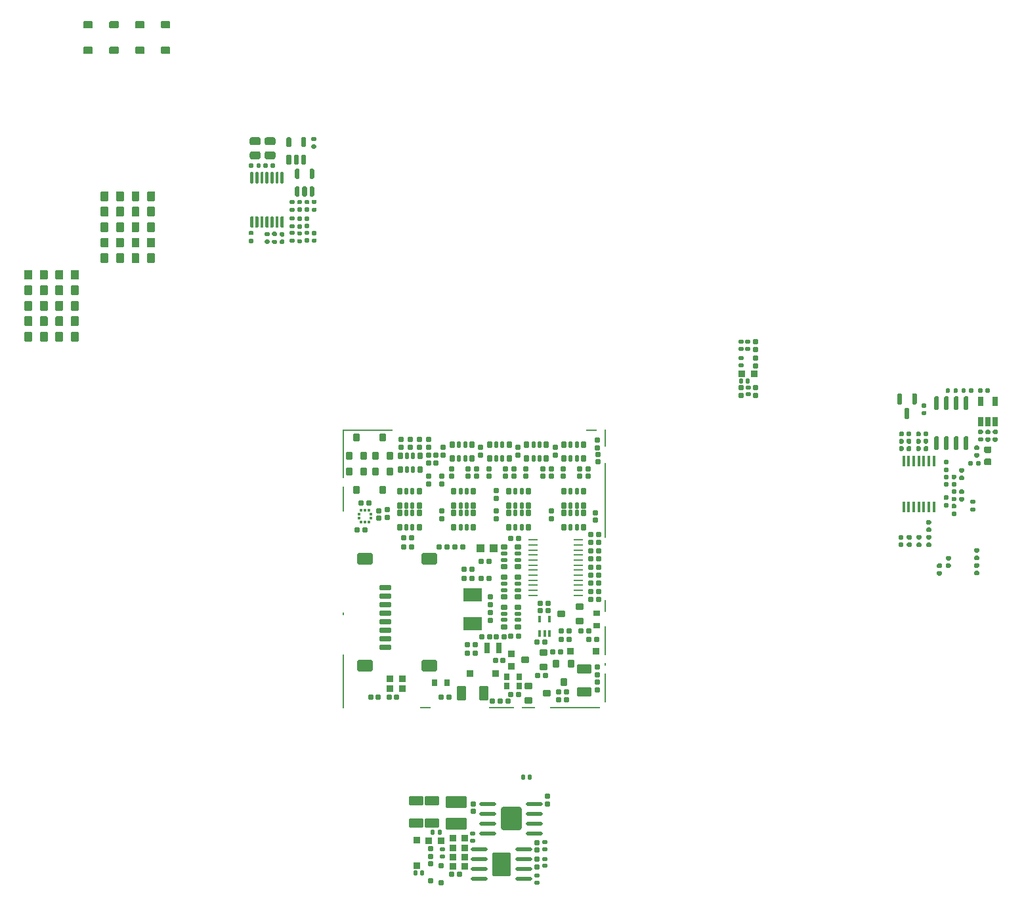
<source format=gbp>
G75*
G70*
%OFA0B0*%
%FSLAX25Y25*%
%IPPOS*%
%LPD*%
%AMOC8*
5,1,8,0,0,1.08239X$1,22.5*
%
%AMM101*
21,1,0.035830,0.026770,-0.000000,0.000000,90.000000*
21,1,0.029130,0.033470,-0.000000,0.000000,90.000000*
1,1,0.006690,0.013390,0.014570*
1,1,0.006690,0.013390,-0.014570*
1,1,0.006690,-0.013390,-0.014570*
1,1,0.006690,-0.013390,0.014570*
%
%AMM102*
21,1,0.070870,0.036220,-0.000000,0.000000,180.000000*
21,1,0.061810,0.045280,-0.000000,0.000000,180.000000*
1,1,0.009060,-0.030910,0.018110*
1,1,0.009060,0.030910,0.018110*
1,1,0.009060,0.030910,-0.018110*
1,1,0.009060,-0.030910,-0.018110*
%
%AMM105*
21,1,0.023620,0.018900,-0.000000,0.000000,180.000000*
21,1,0.018900,0.023620,-0.000000,0.000000,180.000000*
1,1,0.004720,-0.009450,0.009450*
1,1,0.004720,0.009450,0.009450*
1,1,0.004720,0.009450,-0.009450*
1,1,0.004720,-0.009450,-0.009450*
%
%AMM106*
21,1,0.019680,0.019680,-0.000000,0.000000,90.000000*
21,1,0.015750,0.023620,-0.000000,0.000000,90.000000*
1,1,0.003940,0.009840,0.007870*
1,1,0.003940,0.009840,-0.007870*
1,1,0.003940,-0.009840,-0.007870*
1,1,0.003940,-0.009840,0.007870*
%
%AMM107*
21,1,0.019680,0.019680,-0.000000,0.000000,0.000000*
21,1,0.015750,0.023620,-0.000000,0.000000,0.000000*
1,1,0.003940,0.007870,-0.009840*
1,1,0.003940,-0.007870,-0.009840*
1,1,0.003940,-0.007870,0.009840*
1,1,0.003940,0.007870,0.009840*
%
%AMM121*
21,1,0.106300,0.050390,-0.000000,0.000000,180.000000*
21,1,0.093700,0.062990,-0.000000,0.000000,180.000000*
1,1,0.012600,-0.046850,0.025200*
1,1,0.012600,0.046850,0.025200*
1,1,0.012600,0.046850,-0.025200*
1,1,0.012600,-0.046850,-0.025200*
%
%AMM122*
21,1,0.033470,0.026770,-0.000000,0.000000,0.000000*
21,1,0.026770,0.033470,-0.000000,0.000000,0.000000*
1,1,0.006690,0.013390,-0.013390*
1,1,0.006690,-0.013390,-0.013390*
1,1,0.006690,-0.013390,0.013390*
1,1,0.006690,0.013390,0.013390*
%
%AMM123*
21,1,0.023620,0.018900,-0.000000,0.000000,270.000000*
21,1,0.018900,0.023620,-0.000000,0.000000,270.000000*
1,1,0.004720,-0.009450,-0.009450*
1,1,0.004720,-0.009450,0.009450*
1,1,0.004720,0.009450,0.009450*
1,1,0.004720,0.009450,-0.009450*
%
%AMM124*
21,1,0.122050,0.075590,-0.000000,0.000000,270.000000*
21,1,0.103150,0.094490,-0.000000,0.000000,270.000000*
1,1,0.018900,-0.037800,-0.051580*
1,1,0.018900,-0.037800,0.051580*
1,1,0.018900,0.037800,0.051580*
1,1,0.018900,0.037800,-0.051580*
%
%AMM125*
21,1,0.118110,0.083460,-0.000000,0.000000,90.000000*
21,1,0.097240,0.104330,-0.000000,0.000000,90.000000*
1,1,0.020870,0.041730,0.048620*
1,1,0.020870,0.041730,-0.048620*
1,1,0.020870,-0.041730,-0.048620*
1,1,0.020870,-0.041730,0.048620*
%
%AMM143*
21,1,0.023620,0.018900,0.000000,-0.000000,90.000000*
21,1,0.018900,0.023620,0.000000,-0.000000,90.000000*
1,1,0.004720,0.009450,0.009450*
1,1,0.004720,0.009450,-0.009450*
1,1,0.004720,-0.009450,-0.009450*
1,1,0.004720,-0.009450,0.009450*
%
%AMM144*
21,1,0.019680,0.019680,0.000000,-0.000000,180.000000*
21,1,0.015750,0.023620,0.000000,-0.000000,180.000000*
1,1,0.003940,-0.007870,0.009840*
1,1,0.003940,0.007870,0.009840*
1,1,0.003940,0.007870,-0.009840*
1,1,0.003940,-0.007870,-0.009840*
%
%AMM145*
21,1,0.033470,0.026770,0.000000,-0.000000,180.000000*
21,1,0.026770,0.033470,0.000000,-0.000000,180.000000*
1,1,0.006690,-0.013390,0.013390*
1,1,0.006690,0.013390,0.013390*
1,1,0.006690,0.013390,-0.013390*
1,1,0.006690,-0.013390,-0.013390*
%
%AMM146*
21,1,0.019680,0.019680,0.000000,-0.000000,270.000000*
21,1,0.015750,0.023620,0.000000,-0.000000,270.000000*
1,1,0.003940,-0.009840,-0.007870*
1,1,0.003940,-0.009840,0.007870*
1,1,0.003940,0.009840,0.007870*
1,1,0.003940,0.009840,-0.007870*
%
%AMM206*
21,1,0.025590,0.026380,-0.000000,-0.000000,90.000000*
21,1,0.020470,0.031500,-0.000000,-0.000000,90.000000*
1,1,0.005120,0.013190,0.010240*
1,1,0.005120,0.013190,-0.010240*
1,1,0.005120,-0.013190,-0.010240*
1,1,0.005120,-0.013190,0.010240*
%
%AMM207*
21,1,0.017720,0.027950,-0.000000,-0.000000,90.000000*
21,1,0.014170,0.031500,-0.000000,-0.000000,90.000000*
1,1,0.003540,0.013980,0.007090*
1,1,0.003540,0.013980,-0.007090*
1,1,0.003540,-0.013980,-0.007090*
1,1,0.003540,-0.013980,0.007090*
%
%AMM210*
21,1,0.027560,0.018900,-0.000000,-0.000000,270.000000*
21,1,0.022840,0.023620,-0.000000,-0.000000,270.000000*
1,1,0.004720,-0.009450,-0.011420*
1,1,0.004720,-0.009450,0.011420*
1,1,0.004720,0.009450,0.011420*
1,1,0.004720,0.009450,-0.011420*
%
%AMM212*
21,1,0.027560,0.018900,-0.000000,-0.000000,0.000000*
21,1,0.022840,0.023620,-0.000000,-0.000000,0.000000*
1,1,0.004720,0.011420,-0.009450*
1,1,0.004720,-0.011420,-0.009450*
1,1,0.004720,-0.011420,0.009450*
1,1,0.004720,0.011420,0.009450*
%
%AMM214*
21,1,0.035430,0.030320,-0.000000,-0.000000,90.000000*
21,1,0.028350,0.037400,-0.000000,-0.000000,90.000000*
1,1,0.007090,0.015160,0.014170*
1,1,0.007090,0.015160,-0.014170*
1,1,0.007090,-0.015160,-0.014170*
1,1,0.007090,-0.015160,0.014170*
%
%AMM217*
21,1,0.027560,0.030710,-0.000000,-0.000000,180.000000*
21,1,0.022050,0.036220,-0.000000,-0.000000,180.000000*
1,1,0.005510,-0.011020,0.015350*
1,1,0.005510,0.011020,0.015350*
1,1,0.005510,0.011020,-0.015350*
1,1,0.005510,-0.011020,-0.015350*
%
%AMM238*
21,1,0.033470,0.026770,-0.000000,-0.000000,270.000000*
21,1,0.026770,0.033470,-0.000000,-0.000000,270.000000*
1,1,0.006690,-0.013390,-0.013390*
1,1,0.006690,-0.013390,0.013390*
1,1,0.006690,0.013390,0.013390*
1,1,0.006690,0.013390,-0.013390*
%
%AMM239*
21,1,0.025590,0.026380,-0.000000,-0.000000,180.000000*
21,1,0.020470,0.031500,-0.000000,-0.000000,180.000000*
1,1,0.005120,-0.010240,0.013190*
1,1,0.005120,0.010240,0.013190*
1,1,0.005120,0.010240,-0.013190*
1,1,0.005120,-0.010240,-0.013190*
%
%AMM240*
21,1,0.017720,0.027950,-0.000000,-0.000000,180.000000*
21,1,0.014170,0.031500,-0.000000,-0.000000,180.000000*
1,1,0.003540,-0.007090,0.013980*
1,1,0.003540,0.007090,0.013980*
1,1,0.003540,0.007090,-0.013980*
1,1,0.003540,-0.007090,-0.013980*
%
%AMM241*
21,1,0.033470,0.026770,-0.000000,-0.000000,180.000000*
21,1,0.026770,0.033470,-0.000000,-0.000000,180.000000*
1,1,0.006690,-0.013390,0.013390*
1,1,0.006690,0.013390,0.013390*
1,1,0.006690,0.013390,-0.013390*
1,1,0.006690,-0.013390,-0.013390*
%
%AMM242*
21,1,0.078740,0.045670,-0.000000,-0.000000,0.000000*
21,1,0.067320,0.057090,-0.000000,-0.000000,0.000000*
1,1,0.011420,0.033660,-0.022840*
1,1,0.011420,-0.033660,-0.022840*
1,1,0.011420,-0.033660,0.022840*
1,1,0.011420,0.033660,0.022840*
%
%AMM243*
21,1,0.059060,0.020470,-0.000000,-0.000000,0.000000*
21,1,0.053940,0.025590,-0.000000,-0.000000,0.000000*
1,1,0.005120,0.026970,-0.010240*
1,1,0.005120,-0.026970,-0.010240*
1,1,0.005120,-0.026970,0.010240*
1,1,0.005120,0.026970,0.010240*
%
%AMM244*
21,1,0.035430,0.030320,-0.000000,-0.000000,0.000000*
21,1,0.028350,0.037400,-0.000000,-0.000000,0.000000*
1,1,0.007090,0.014170,-0.015160*
1,1,0.007090,-0.014170,-0.015160*
1,1,0.007090,-0.014170,0.015160*
1,1,0.007090,0.014170,0.015160*
%
%AMM245*
21,1,0.012600,0.028980,-0.000000,-0.000000,0.000000*
21,1,0.010080,0.031500,-0.000000,-0.000000,0.000000*
1,1,0.002520,0.005040,-0.014490*
1,1,0.002520,-0.005040,-0.014490*
1,1,0.002520,-0.005040,0.014490*
1,1,0.002520,0.005040,0.014490*
%
%AMM246*
21,1,0.070870,0.036220,-0.000000,-0.000000,180.000000*
21,1,0.061810,0.045280,-0.000000,-0.000000,180.000000*
1,1,0.009060,-0.030910,0.018110*
1,1,0.009060,0.030910,0.018110*
1,1,0.009060,0.030910,-0.018110*
1,1,0.009060,-0.030910,-0.018110*
%
%AMM247*
21,1,0.035830,0.026770,-0.000000,-0.000000,180.000000*
21,1,0.029130,0.033470,-0.000000,-0.000000,180.000000*
1,1,0.006690,-0.014570,0.013390*
1,1,0.006690,0.014570,0.013390*
1,1,0.006690,0.014570,-0.013390*
1,1,0.006690,-0.014570,-0.013390*
%
%AMM248*
21,1,0.027560,0.049610,-0.000000,-0.000000,180.000000*
21,1,0.022050,0.055120,-0.000000,-0.000000,180.000000*
1,1,0.005510,-0.011020,0.024800*
1,1,0.005510,0.011020,0.024800*
1,1,0.005510,0.011020,-0.024800*
1,1,0.005510,-0.011020,-0.024800*
%
%AMM249*
21,1,0.070870,0.036220,-0.000000,-0.000000,270.000000*
21,1,0.061810,0.045280,-0.000000,-0.000000,270.000000*
1,1,0.009060,-0.018110,-0.030910*
1,1,0.009060,-0.018110,0.030910*
1,1,0.009060,0.018110,0.030910*
1,1,0.009060,0.018110,-0.030910*
%
%AMM250*
21,1,0.027560,0.030710,-0.000000,-0.000000,270.000000*
21,1,0.022050,0.036220,-0.000000,-0.000000,270.000000*
1,1,0.005510,-0.015350,-0.011020*
1,1,0.005510,-0.015350,0.011020*
1,1,0.005510,0.015350,0.011020*
1,1,0.005510,0.015350,-0.011020*
%
%ADD248R,0.01378X0.01476*%
%ADD251O,0.04961X0.00984*%
%ADD253R,0.09449X0.06693*%
%ADD254R,0.01476X0.01378*%
%ADD256R,0.03937X0.04331*%
%ADD291M101*%
%ADD292M102*%
%ADD295M105*%
%ADD296M106*%
%ADD297M107*%
%ADD312M121*%
%ADD313M122*%
%ADD314M123*%
%ADD315O,0.08661X0.01968*%
%ADD316M124*%
%ADD317M125*%
%ADD336M143*%
%ADD337M144*%
%ADD338M145*%
%ADD339M146*%
%ADD350R,0.01772X0.05709*%
%ADD351R,0.02559X0.04803*%
%ADD427M206*%
%ADD428M207*%
%ADD431M210*%
%ADD433M212*%
%ADD435M214*%
%ADD438M217*%
%ADD459M238*%
%ADD460M239*%
%ADD461M240*%
%ADD462M241*%
%ADD463M242*%
%ADD464M243*%
%ADD465M244*%
%ADD466M245*%
%ADD467M246*%
%ADD468M247*%
%ADD469M248*%
%ADD470M249*%
%ADD471M250*%
%ADD60R,0.00787X0.14567*%
%ADD61R,0.00787X0.01575*%
%ADD62R,0.00787X0.06299*%
%ADD63R,0.00787X0.38189*%
%ADD64R,0.00787X0.09055*%
%ADD65R,0.05512X0.00787*%
%ADD66R,0.25197X0.00787*%
%ADD67R,0.06693X0.00787*%
%ADD68R,0.12992X0.00787*%
%ADD69R,0.00787X0.27559*%
%ADD70R,0.00787X0.12992*%
%ADD71R,0.00787X0.24803*%
X0000000Y0000000D02*
%LPD*%
G01*
G36*
G01*
X0065500Y0339742D02*
X0065500Y0343875D01*
G75*
G02*
X0065894Y0344269I0000394J0000000D01*
G01*
X0069043Y0344269D01*
G75*
G02*
X0069437Y0343875I0000000J-000394D01*
G01*
X0069437Y0339742D01*
G75*
G02*
X0069043Y0339348I-000394J0000000D01*
G01*
X0065894Y0339348D01*
G75*
G02*
X0065500Y0339742I0000000J0000394D01*
G01*
G37*
G36*
G01*
X0073374Y0339742D02*
X0073374Y0343875D01*
G75*
G02*
X0073768Y0344269I0000394J0000000D01*
G01*
X0076917Y0344269D01*
G75*
G02*
X0077311Y0343875I0000000J-000394D01*
G01*
X0077311Y0339742D01*
G75*
G02*
X0076917Y0339348I-000394J0000000D01*
G01*
X0073768Y0339348D01*
G75*
G02*
X0073374Y0339742I0000000J0000394D01*
G01*
G37*
G36*
G01*
X0061071Y0445647D02*
X0057055Y0445647D01*
G75*
G02*
X0056701Y0446001I0000000J0000354D01*
G01*
X0056701Y0448836D01*
G75*
G02*
X0057055Y0449190I0000354J0000000D01*
G01*
X0061071Y0449190D01*
G75*
G02*
X0061425Y0448836I0000000J-000354D01*
G01*
X0061425Y0446001D01*
G75*
G02*
X0061071Y0445647I-000354J0000000D01*
G01*
G37*
G36*
G01*
X0061071Y0458639D02*
X0057055Y0458639D01*
G75*
G02*
X0056701Y0458994I0000000J0000354D01*
G01*
X0056701Y0461828D01*
G75*
G02*
X0057055Y0462183I0000354J0000000D01*
G01*
X0061071Y0462183D01*
G75*
G02*
X0061425Y0461828I0000000J-000354D01*
G01*
X0061425Y0458994D01*
G75*
G02*
X0061071Y0458639I-000354J0000000D01*
G01*
G37*
G36*
G01*
X0065500Y0363364D02*
X0065500Y0367498D01*
G75*
G02*
X0065894Y0367891I0000394J0000000D01*
G01*
X0069043Y0367891D01*
G75*
G02*
X0069437Y0367498I0000000J-000394D01*
G01*
X0069437Y0363364D01*
G75*
G02*
X0069043Y0362970I-000394J0000000D01*
G01*
X0065894Y0362970D01*
G75*
G02*
X0065500Y0363364I0000000J0000394D01*
G01*
G37*
G36*
G01*
X0073374Y0363364D02*
X0073374Y0367498D01*
G75*
G02*
X0073768Y0367891I0000394J0000000D01*
G01*
X0076917Y0367891D01*
G75*
G02*
X0077311Y0367498I0000000J-000394D01*
G01*
X0077311Y0363364D01*
G75*
G02*
X0076917Y0362970I-000394J0000000D01*
G01*
X0073768Y0362970D01*
G75*
G02*
X0073374Y0363364I0000000J0000394D01*
G01*
G37*
G36*
G01*
X0054339Y0311789D02*
X0054339Y0307655D01*
G75*
G02*
X0053945Y0307261I-000394J0000000D01*
G01*
X0050795Y0307261D01*
G75*
G02*
X0050402Y0307655I0000000J0000394D01*
G01*
X0050402Y0311789D01*
G75*
G02*
X0050795Y0312183I0000394J0000000D01*
G01*
X0053945Y0312183D01*
G75*
G02*
X0054339Y0311789I0000000J-000394D01*
G01*
G37*
G36*
G01*
X0046465Y0311789D02*
X0046465Y0307655D01*
G75*
G02*
X0046071Y0307261I-000394J0000000D01*
G01*
X0042921Y0307261D01*
G75*
G02*
X0042528Y0307655I0000000J0000394D01*
G01*
X0042528Y0311789D01*
G75*
G02*
X0042921Y0312183I0000394J0000000D01*
G01*
X0046071Y0312183D01*
G75*
G02*
X0046465Y0311789I0000000J-000394D01*
G01*
G37*
G36*
G01*
X0093059Y0359624D02*
X0093059Y0355490D01*
G75*
G02*
X0092665Y0355096I-000394J0000000D01*
G01*
X0089516Y0355096D01*
G75*
G02*
X0089122Y0355490I0000000J0000394D01*
G01*
X0089122Y0359624D01*
G75*
G02*
X0089516Y0360017I0000394J0000000D01*
G01*
X0092665Y0360017D01*
G75*
G02*
X0093059Y0359624I0000000J-000394D01*
G01*
G37*
G36*
G01*
X0085185Y0359624D02*
X0085185Y0355490D01*
G75*
G02*
X0084791Y0355096I-000394J0000000D01*
G01*
X0081642Y0355096D01*
G75*
G02*
X0081248Y0355490I0000000J0000394D01*
G01*
X0081248Y0359624D01*
G75*
G02*
X0081642Y0360017I0000394J0000000D01*
G01*
X0084791Y0360017D01*
G75*
G02*
X0085185Y0359624I0000000J-000394D01*
G01*
G37*
G36*
G01*
X0026780Y0299781D02*
X0026780Y0303915D01*
G75*
G02*
X0027173Y0304309I0000394J0000000D01*
G01*
X0030323Y0304309D01*
G75*
G02*
X0030717Y0303915I0000000J-000394D01*
G01*
X0030717Y0299781D01*
G75*
G02*
X0030323Y0299387I-000394J0000000D01*
G01*
X0027173Y0299387D01*
G75*
G02*
X0026780Y0299781I0000000J0000394D01*
G01*
G37*
G36*
G01*
X0034654Y0299781D02*
X0034654Y0303915D01*
G75*
G02*
X0035047Y0304309I0000394J0000000D01*
G01*
X0038197Y0304309D01*
G75*
G02*
X0038591Y0303915I0000000J-000394D01*
G01*
X0038591Y0299781D01*
G75*
G02*
X0038197Y0299387I-000394J0000000D01*
G01*
X0035047Y0299387D01*
G75*
G02*
X0034654Y0299781I0000000J0000394D01*
G01*
G37*
G36*
G01*
X0093059Y0375372D02*
X0093059Y0371238D01*
G75*
G02*
X0092665Y0370844I-000394J0000000D01*
G01*
X0089516Y0370844D01*
G75*
G02*
X0089122Y0371238I0000000J0000394D01*
G01*
X0089122Y0375372D01*
G75*
G02*
X0089516Y0375765I0000394J0000000D01*
G01*
X0092665Y0375765D01*
G75*
G02*
X0093059Y0375372I0000000J-000394D01*
G01*
G37*
G36*
G01*
X0085185Y0375372D02*
X0085185Y0371238D01*
G75*
G02*
X0084791Y0370844I-000394J0000000D01*
G01*
X0081642Y0370844D01*
G75*
G02*
X0081248Y0371238I0000000J0000394D01*
G01*
X0081248Y0375372D01*
G75*
G02*
X0081642Y0375765I0000394J0000000D01*
G01*
X0084791Y0375765D01*
G75*
G02*
X0085185Y0375372I0000000J-000394D01*
G01*
G37*
G36*
G01*
X0054339Y0335411D02*
X0054339Y0331277D01*
G75*
G02*
X0053945Y0330883I-000394J0000000D01*
G01*
X0050795Y0330883D01*
G75*
G02*
X0050402Y0331277I0000000J0000394D01*
G01*
X0050402Y0335411D01*
G75*
G02*
X0050795Y0335805I0000394J0000000D01*
G01*
X0053945Y0335805D01*
G75*
G02*
X0054339Y0335411I0000000J-000394D01*
G01*
G37*
G36*
G01*
X0046465Y0335411D02*
X0046465Y0331277D01*
G75*
G02*
X0046071Y0330883I-000394J0000000D01*
G01*
X0042921Y0330883D01*
G75*
G02*
X0042528Y0331277I0000000J0000394D01*
G01*
X0042528Y0335411D01*
G75*
G02*
X0042921Y0335805I0000394J0000000D01*
G01*
X0046071Y0335805D01*
G75*
G02*
X0046465Y0335411I0000000J-000394D01*
G01*
G37*
G36*
G01*
X0026780Y0331277D02*
X0026780Y0335411D01*
G75*
G02*
X0027173Y0335805I0000394J0000000D01*
G01*
X0030323Y0335805D01*
G75*
G02*
X0030717Y0335411I0000000J-000394D01*
G01*
X0030717Y0331277D01*
G75*
G02*
X0030323Y0330883I-000394J0000000D01*
G01*
X0027173Y0330883D01*
G75*
G02*
X0026780Y0331277I0000000J0000394D01*
G01*
G37*
G36*
G01*
X0034654Y0331277D02*
X0034654Y0335411D01*
G75*
G02*
X0035047Y0335805I0000394J0000000D01*
G01*
X0038197Y0335805D01*
G75*
G02*
X0038591Y0335411I0000000J-000394D01*
G01*
X0038591Y0331277D01*
G75*
G02*
X0038197Y0330883I-000394J0000000D01*
G01*
X0035047Y0330883D01*
G75*
G02*
X0034654Y0331277I0000000J0000394D01*
G01*
G37*
G36*
G01*
X0093059Y0351750D02*
X0093059Y0347616D01*
G75*
G02*
X0092665Y0347222I-000394J0000000D01*
G01*
X0089516Y0347222D01*
G75*
G02*
X0089122Y0347616I0000000J0000394D01*
G01*
X0089122Y0351750D01*
G75*
G02*
X0089516Y0352143I0000394J0000000D01*
G01*
X0092665Y0352143D01*
G75*
G02*
X0093059Y0351750I0000000J-000394D01*
G01*
G37*
G36*
G01*
X0085185Y0351750D02*
X0085185Y0347616D01*
G75*
G02*
X0084791Y0347222I-000394J0000000D01*
G01*
X0081642Y0347222D01*
G75*
G02*
X0081248Y0347616I0000000J0000394D01*
G01*
X0081248Y0351750D01*
G75*
G02*
X0081642Y0352143I0000394J0000000D01*
G01*
X0084791Y0352143D01*
G75*
G02*
X0085185Y0351750I0000000J-000394D01*
G01*
G37*
G36*
G01*
X0087449Y0445647D02*
X0083433Y0445647D01*
G75*
G02*
X0083079Y0446001I0000000J0000354D01*
G01*
X0083079Y0448836D01*
G75*
G02*
X0083433Y0449190I0000354J0000000D01*
G01*
X0087449Y0449190D01*
G75*
G02*
X0087803Y0448836I0000000J-000354D01*
G01*
X0087803Y0446001D01*
G75*
G02*
X0087449Y0445647I-000354J0000000D01*
G01*
G37*
G36*
G01*
X0087449Y0458639D02*
X0083433Y0458639D01*
G75*
G02*
X0083079Y0458994I0000000J0000354D01*
G01*
X0083079Y0461828D01*
G75*
G02*
X0083433Y0462183I0000354J0000000D01*
G01*
X0087449Y0462183D01*
G75*
G02*
X0087803Y0461828I0000000J-000354D01*
G01*
X0087803Y0458994D01*
G75*
G02*
X0087449Y0458639I-000354J0000000D01*
G01*
G37*
G36*
G01*
X0026780Y0315529D02*
X0026780Y0319663D01*
G75*
G02*
X0027173Y0320057I0000394J0000000D01*
G01*
X0030323Y0320057D01*
G75*
G02*
X0030717Y0319663I0000000J-000394D01*
G01*
X0030717Y0315529D01*
G75*
G02*
X0030323Y0315135I-000394J0000000D01*
G01*
X0027173Y0315135D01*
G75*
G02*
X0026780Y0315529I0000000J0000394D01*
G01*
G37*
G36*
G01*
X0034654Y0315529D02*
X0034654Y0319663D01*
G75*
G02*
X0035047Y0320057I0000394J0000000D01*
G01*
X0038197Y0320057D01*
G75*
G02*
X0038591Y0319663I0000000J-000394D01*
G01*
X0038591Y0315529D01*
G75*
G02*
X0038197Y0315135I-000394J0000000D01*
G01*
X0035047Y0315135D01*
G75*
G02*
X0034654Y0315529I0000000J0000394D01*
G01*
G37*
G36*
G01*
X0054339Y0319663D02*
X0054339Y0315529D01*
G75*
G02*
X0053945Y0315135I-000394J0000000D01*
G01*
X0050795Y0315135D01*
G75*
G02*
X0050402Y0315529I0000000J0000394D01*
G01*
X0050402Y0319663D01*
G75*
G02*
X0050795Y0320057I0000394J0000000D01*
G01*
X0053945Y0320057D01*
G75*
G02*
X0054339Y0319663I0000000J-000394D01*
G01*
G37*
G36*
G01*
X0046465Y0319663D02*
X0046465Y0315529D01*
G75*
G02*
X0046071Y0315135I-000394J0000000D01*
G01*
X0042921Y0315135D01*
G75*
G02*
X0042528Y0315529I0000000J0000394D01*
G01*
X0042528Y0319663D01*
G75*
G02*
X0042921Y0320057I0000394J0000000D01*
G01*
X0046071Y0320057D01*
G75*
G02*
X0046465Y0319663I0000000J-000394D01*
G01*
G37*
G36*
G01*
X0026780Y0307655D02*
X0026780Y0311789D01*
G75*
G02*
X0027173Y0312183I0000394J0000000D01*
G01*
X0030323Y0312183D01*
G75*
G02*
X0030717Y0311789I0000000J-000394D01*
G01*
X0030717Y0307655D01*
G75*
G02*
X0030323Y0307261I-000394J0000000D01*
G01*
X0027173Y0307261D01*
G75*
G02*
X0026780Y0307655I0000000J0000394D01*
G01*
G37*
G36*
G01*
X0034654Y0307655D02*
X0034654Y0311789D01*
G75*
G02*
X0035047Y0312183I0000394J0000000D01*
G01*
X0038197Y0312183D01*
G75*
G02*
X0038591Y0311789I0000000J-000394D01*
G01*
X0038591Y0307655D01*
G75*
G02*
X0038197Y0307261I-000394J0000000D01*
G01*
X0035047Y0307261D01*
G75*
G02*
X0034654Y0307655I0000000J0000394D01*
G01*
G37*
G36*
G01*
X0100539Y0445647D02*
X0096524Y0445647D01*
G75*
G02*
X0096169Y0446001I0000000J0000354D01*
G01*
X0096169Y0448836D01*
G75*
G02*
X0096524Y0449190I0000354J0000000D01*
G01*
X0100539Y0449190D01*
G75*
G02*
X0100894Y0448836I0000000J-000354D01*
G01*
X0100894Y0446001D01*
G75*
G02*
X0100539Y0445647I-000354J0000000D01*
G01*
G37*
G36*
G01*
X0100539Y0458639D02*
X0096524Y0458639D01*
G75*
G02*
X0096169Y0458994I0000000J0000354D01*
G01*
X0096169Y0461828D01*
G75*
G02*
X0096524Y0462183I0000354J0000000D01*
G01*
X0100539Y0462183D01*
G75*
G02*
X0100894Y0461828I0000000J-000354D01*
G01*
X0100894Y0458994D01*
G75*
G02*
X0100539Y0458639I-000354J0000000D01*
G01*
G37*
G36*
G01*
X0093059Y0343875D02*
X0093059Y0339742D01*
G75*
G02*
X0092665Y0339348I-000394J0000000D01*
G01*
X0089516Y0339348D01*
G75*
G02*
X0089122Y0339742I0000000J0000394D01*
G01*
X0089122Y0343875D01*
G75*
G02*
X0089516Y0344269I0000394J0000000D01*
G01*
X0092665Y0344269D01*
G75*
G02*
X0093059Y0343875I0000000J-000394D01*
G01*
G37*
G36*
G01*
X0085185Y0343875D02*
X0085185Y0339742D01*
G75*
G02*
X0084791Y0339348I-000394J0000000D01*
G01*
X0081642Y0339348D01*
G75*
G02*
X0081248Y0339742I0000000J0000394D01*
G01*
X0081248Y0343875D01*
G75*
G02*
X0081642Y0344269I0000394J0000000D01*
G01*
X0084791Y0344269D01*
G75*
G02*
X0085185Y0343875I0000000J-000394D01*
G01*
G37*
G36*
G01*
X0054339Y0327537D02*
X0054339Y0323403D01*
G75*
G02*
X0053945Y0323009I-000394J0000000D01*
G01*
X0050795Y0323009D01*
G75*
G02*
X0050402Y0323403I0000000J0000394D01*
G01*
X0050402Y0327537D01*
G75*
G02*
X0050795Y0327931I0000394J0000000D01*
G01*
X0053945Y0327931D01*
G75*
G02*
X0054339Y0327537I0000000J-000394D01*
G01*
G37*
G36*
G01*
X0046465Y0327537D02*
X0046465Y0323403D01*
G75*
G02*
X0046071Y0323009I-000394J0000000D01*
G01*
X0042921Y0323009D01*
G75*
G02*
X0042528Y0323403I0000000J0000394D01*
G01*
X0042528Y0327537D01*
G75*
G02*
X0042921Y0327931I0000394J0000000D01*
G01*
X0046071Y0327931D01*
G75*
G02*
X0046465Y0327537I0000000J-000394D01*
G01*
G37*
G36*
G01*
X0065500Y0355490D02*
X0065500Y0359624D01*
G75*
G02*
X0065894Y0360017I0000394J0000000D01*
G01*
X0069043Y0360017D01*
G75*
G02*
X0069437Y0359624I0000000J-000394D01*
G01*
X0069437Y0355490D01*
G75*
G02*
X0069043Y0355096I-000394J0000000D01*
G01*
X0065894Y0355096D01*
G75*
G02*
X0065500Y0355490I0000000J0000394D01*
G01*
G37*
G36*
G01*
X0073374Y0355490D02*
X0073374Y0359624D01*
G75*
G02*
X0073768Y0360017I0000394J0000000D01*
G01*
X0076917Y0360017D01*
G75*
G02*
X0077311Y0359624I0000000J-000394D01*
G01*
X0077311Y0355490D01*
G75*
G02*
X0076917Y0355096I-000394J0000000D01*
G01*
X0073768Y0355096D01*
G75*
G02*
X0073374Y0355490I0000000J0000394D01*
G01*
G37*
G36*
G01*
X0065500Y0347616D02*
X0065500Y0351750D01*
G75*
G02*
X0065894Y0352143I0000394J0000000D01*
G01*
X0069043Y0352143D01*
G75*
G02*
X0069437Y0351750I0000000J-000394D01*
G01*
X0069437Y0347616D01*
G75*
G02*
X0069043Y0347222I-000394J0000000D01*
G01*
X0065894Y0347222D01*
G75*
G02*
X0065500Y0347616I0000000J0000394D01*
G01*
G37*
G36*
G01*
X0073374Y0347616D02*
X0073374Y0351750D01*
G75*
G02*
X0073768Y0352143I0000394J0000000D01*
G01*
X0076917Y0352143D01*
G75*
G02*
X0077311Y0351750I0000000J-000394D01*
G01*
X0077311Y0347616D01*
G75*
G02*
X0076917Y0347222I-000394J0000000D01*
G01*
X0073768Y0347222D01*
G75*
G02*
X0073374Y0347616I0000000J0000394D01*
G01*
G37*
G36*
G01*
X0065500Y0371238D02*
X0065500Y0375372D01*
G75*
G02*
X0065894Y0375765I0000394J0000000D01*
G01*
X0069043Y0375765D01*
G75*
G02*
X0069437Y0375372I0000000J-000394D01*
G01*
X0069437Y0371238D01*
G75*
G02*
X0069043Y0370844I-000394J0000000D01*
G01*
X0065894Y0370844D01*
G75*
G02*
X0065500Y0371238I0000000J0000394D01*
G01*
G37*
G36*
G01*
X0073374Y0371238D02*
X0073374Y0375372D01*
G75*
G02*
X0073768Y0375765I0000394J0000000D01*
G01*
X0076917Y0375765D01*
G75*
G02*
X0077311Y0375372I0000000J-000394D01*
G01*
X0077311Y0371238D01*
G75*
G02*
X0076917Y0370844I-000394J0000000D01*
G01*
X0073768Y0370844D01*
G75*
G02*
X0073374Y0371238I0000000J0000394D01*
G01*
G37*
G36*
G01*
X0074260Y0445647D02*
X0070244Y0445647D01*
G75*
G02*
X0069890Y0446001I0000000J0000354D01*
G01*
X0069890Y0448836D01*
G75*
G02*
X0070244Y0449190I0000354J0000000D01*
G01*
X0074260Y0449190D01*
G75*
G02*
X0074614Y0448836I0000000J-000354D01*
G01*
X0074614Y0446001D01*
G75*
G02*
X0074260Y0445647I-000354J0000000D01*
G01*
G37*
G36*
G01*
X0074260Y0458639D02*
X0070244Y0458639D01*
G75*
G02*
X0069890Y0458994I0000000J0000354D01*
G01*
X0069890Y0461828D01*
G75*
G02*
X0070244Y0462183I0000354J0000000D01*
G01*
X0074260Y0462183D01*
G75*
G02*
X0074614Y0461828I0000000J-000354D01*
G01*
X0074614Y0458994D01*
G75*
G02*
X0074260Y0458639I-000354J0000000D01*
G01*
G37*
G36*
G01*
X0093059Y0367498D02*
X0093059Y0363364D01*
G75*
G02*
X0092665Y0362970I-000394J0000000D01*
G01*
X0089516Y0362970D01*
G75*
G02*
X0089122Y0363364I0000000J0000394D01*
G01*
X0089122Y0367498D01*
G75*
G02*
X0089516Y0367891I0000394J0000000D01*
G01*
X0092665Y0367891D01*
G75*
G02*
X0093059Y0367498I0000000J-000394D01*
G01*
G37*
G36*
G01*
X0085185Y0367498D02*
X0085185Y0363364D01*
G75*
G02*
X0084791Y0362970I-000394J0000000D01*
G01*
X0081642Y0362970D01*
G75*
G02*
X0081248Y0363364I0000000J0000394D01*
G01*
X0081248Y0367498D01*
G75*
G02*
X0081642Y0367891I0000394J0000000D01*
G01*
X0084791Y0367891D01*
G75*
G02*
X0085185Y0367498I0000000J-000394D01*
G01*
G37*
G36*
G01*
X0054339Y0303915D02*
X0054339Y0299781D01*
G75*
G02*
X0053945Y0299387I-000394J0000000D01*
G01*
X0050795Y0299387D01*
G75*
G02*
X0050402Y0299781I0000000J0000394D01*
G01*
X0050402Y0303915D01*
G75*
G02*
X0050795Y0304309I0000394J0000000D01*
G01*
X0053945Y0304309D01*
G75*
G02*
X0054339Y0303915I0000000J-000394D01*
G01*
G37*
G36*
G01*
X0046465Y0303915D02*
X0046465Y0299781D01*
G75*
G02*
X0046071Y0299387I-000394J0000000D01*
G01*
X0042921Y0299387D01*
G75*
G02*
X0042528Y0299781I0000000J0000394D01*
G01*
X0042528Y0303915D01*
G75*
G02*
X0042921Y0304309I0000394J0000000D01*
G01*
X0046071Y0304309D01*
G75*
G02*
X0046465Y0303915I0000000J-000394D01*
G01*
G37*
G36*
G01*
X0026780Y0323403D02*
X0026780Y0327537D01*
G75*
G02*
X0027173Y0327931I0000394J0000000D01*
G01*
X0030323Y0327931D01*
G75*
G02*
X0030717Y0327537I0000000J-000394D01*
G01*
X0030717Y0323403D01*
G75*
G02*
X0030323Y0323009I-000394J0000000D01*
G01*
X0027173Y0323009D01*
G75*
G02*
X0026780Y0323403I0000000J0000394D01*
G01*
G37*
G36*
G01*
X0034654Y0323403D02*
X0034654Y0327537D01*
G75*
G02*
X0035047Y0327931I0000394J0000000D01*
G01*
X0038197Y0327931D01*
G75*
G02*
X0038591Y0327537I0000000J-000394D01*
G01*
X0038591Y0323403D01*
G75*
G02*
X0038197Y0323009I-000394J0000000D01*
G01*
X0035047Y0323009D01*
G75*
G02*
X0034654Y0323403I0000000J0000394D01*
G01*
G37*
X0302469Y0016240D02*
G01*
G75*
D291*
X0226091Y0046155D02*
D03*
X0226091Y0033163D02*
D03*
D292*
X0225697Y0066015D02*
D03*
X0225697Y0054598D02*
D03*
X0233729Y0066015D02*
D03*
X0233729Y0054598D02*
D03*
D295*
X0247745Y0028642D02*
D03*
X0243808Y0028642D02*
D03*
X0233178Y0025295D02*
D03*
X0233178Y0033957D02*
D03*
X0238426Y0024508D02*
D03*
X0238426Y0033169D02*
D03*
D296*
X0291052Y0036395D02*
D03*
X0291052Y0032851D02*
D03*
X0254319Y0045786D02*
D03*
X0254319Y0049330D02*
D03*
X0239214Y0037789D02*
D03*
X0239214Y0041332D02*
D03*
X0291052Y0045013D02*
D03*
X0291052Y0041470D02*
D03*
X0287115Y0024508D02*
D03*
X0287115Y0028051D02*
D03*
D297*
X0237639Y0049993D02*
D03*
X0234095Y0049993D02*
D03*
X0225237Y0029226D02*
D03*
X0228781Y0029226D02*
D03*
X0283554Y0077990D02*
D03*
X0280010Y0077990D02*
D03*
D312*
X0246170Y0065453D02*
D03*
X0246170Y0054429D02*
D03*
D313*
X0250493Y0032775D02*
D03*
X0244273Y0032775D02*
D03*
X0250493Y0046869D02*
D03*
X0244273Y0046869D02*
D03*
X0250493Y0042178D02*
D03*
X0244273Y0042178D02*
D03*
X0250493Y0037486D02*
D03*
X0244273Y0037486D02*
D03*
X0238249Y0045688D02*
D03*
X0232028Y0045688D02*
D03*
D314*
X0287115Y0036198D02*
D03*
X0287115Y0032261D02*
D03*
X0287115Y0040879D02*
D03*
X0287115Y0044816D02*
D03*
X0233178Y0037592D02*
D03*
X0233178Y0041529D02*
D03*
X0254792Y0060525D02*
D03*
X0254792Y0064462D02*
D03*
X0292233Y0068301D02*
D03*
X0292233Y0064363D02*
D03*
D315*
X0280355Y0041312D02*
D03*
X0280355Y0036312D02*
D03*
X0280355Y0031312D02*
D03*
X0280355Y0026312D02*
D03*
X0257718Y0041312D02*
D03*
X0257718Y0036312D02*
D03*
X0257718Y0031312D02*
D03*
X0257718Y0026312D02*
D03*
X0285638Y0064379D02*
D03*
X0285638Y0059379D02*
D03*
X0285638Y0054379D02*
D03*
X0285638Y0049379D02*
D03*
X0262213Y0064379D02*
D03*
X0262213Y0059379D02*
D03*
X0262213Y0054379D02*
D03*
X0262213Y0049379D02*
D03*
D316*
X0269037Y0033812D02*
D03*
D317*
X0273926Y0056879D02*
D03*
X0387902Y0303839D02*
G01*
G75*
D336*
X0398138Y0275886D02*
D03*
X0398138Y0271949D02*
D03*
X0398138Y0287009D02*
D03*
X0398138Y0290946D02*
D03*
X0398138Y0295375D02*
D03*
X0398138Y0299312D02*
D03*
X0390855Y0275886D02*
D03*
X0390855Y0271949D02*
D03*
D337*
X0390658Y0279271D02*
D03*
X0394201Y0279271D02*
D03*
D338*
X0397371Y0283156D02*
D03*
X0391150Y0283156D02*
D03*
D339*
X0394201Y0295768D02*
D03*
X0394201Y0299311D02*
D03*
X0390658Y0287402D02*
D03*
X0390658Y0290945D02*
D03*
X0394259Y0272540D02*
D03*
X0394259Y0276083D02*
D03*
X0390658Y0299311D02*
D03*
X0390658Y0295768D02*
D03*
X0138551Y0406152D02*
%LPD*%
G01*
G36*
G01*
X0169145Y0389223D02*
X0167964Y0389223D01*
G75*
G02*
X0167373Y0389813I0000000J0000591D01*
G01*
X0167373Y0393849D01*
G75*
G02*
X0167964Y0394439I0000591J0000000D01*
G01*
X0169145Y0394439D01*
G75*
G02*
X0169735Y0393849I0000000J-000591D01*
G01*
X0169735Y0389813D01*
G75*
G02*
X0169145Y0389223I-000591J0000000D01*
G01*
G37*
G36*
G01*
X0165404Y0389223D02*
X0164223Y0389223D01*
G75*
G02*
X0163633Y0389813I0000000J0000591D01*
G01*
X0163633Y0393849D01*
G75*
G02*
X0164223Y0394439I0000591J0000000D01*
G01*
X0165404Y0394439D01*
G75*
G02*
X0165995Y0393849I0000000J-000591D01*
G01*
X0165995Y0389813D01*
G75*
G02*
X0165404Y0389223I-000591J0000000D01*
G01*
G37*
G36*
G01*
X0161664Y0389223D02*
X0160483Y0389223D01*
G75*
G02*
X0159893Y0389813I0000000J0000591D01*
G01*
X0159893Y0393849D01*
G75*
G02*
X0160483Y0394439I0000591J0000000D01*
G01*
X0161664Y0394439D01*
G75*
G02*
X0162255Y0393849I0000000J-000591D01*
G01*
X0162255Y0389813D01*
G75*
G02*
X0161664Y0389223I-000591J0000000D01*
G01*
G37*
G36*
G01*
X0161664Y0398180D02*
X0160483Y0398180D01*
G75*
G02*
X0159893Y0398770I0000000J0000591D01*
G01*
X0159893Y0402806D01*
G75*
G02*
X0160483Y0403396I0000591J0000000D01*
G01*
X0161664Y0403396D01*
G75*
G02*
X0162255Y0402806I0000000J-000591D01*
G01*
X0162255Y0398770D01*
G75*
G02*
X0161664Y0398180I-000591J0000000D01*
G01*
G37*
G36*
G01*
X0169145Y0398180D02*
X0167964Y0398180D01*
G75*
G02*
X0167373Y0398770I0000000J0000591D01*
G01*
X0167373Y0402806D01*
G75*
G02*
X0167964Y0403396I0000591J0000000D01*
G01*
X0169145Y0403396D01*
G75*
G02*
X0169735Y0402806I0000000J-000591D01*
G01*
X0169735Y0398770D01*
G75*
G02*
X0169145Y0398180I-000591J0000000D01*
G01*
G37*
G36*
G01*
X0146858Y0389498D02*
X0146858Y0388160D01*
G75*
G02*
X0146307Y0387609I-000551J0000000D01*
G01*
X0145205Y0387609D01*
G75*
G02*
X0144653Y0388160I0000000J0000551D01*
G01*
X0144653Y0389498D01*
G75*
G02*
X0145205Y0390050I0000551J0000000D01*
G01*
X0146307Y0390050D01*
G75*
G02*
X0146858Y0389498I0000000J-000551D01*
G01*
G37*
G36*
G01*
X0143079Y0389498D02*
X0143079Y0388160D01*
G75*
G02*
X0142527Y0387609I-000551J0000000D01*
G01*
X0141425Y0387609D01*
G75*
G02*
X0140874Y0388160I0000000J0000551D01*
G01*
X0140874Y0389498D01*
G75*
G02*
X0141425Y0390050I0000551J0000000D01*
G01*
X0142527Y0390050D01*
G75*
G02*
X0143079Y0389498I0000000J-000551D01*
G01*
G37*
G36*
G01*
X0169575Y0362983D02*
X0170913Y0362983D01*
G75*
G02*
X0171464Y0362432I0000000J-000551D01*
G01*
X0171464Y0361329D01*
G75*
G02*
X0170913Y0360778I-000551J0000000D01*
G01*
X0169575Y0360778D01*
G75*
G02*
X0169023Y0361329I0000000J0000551D01*
G01*
X0169023Y0362432D01*
G75*
G02*
X0169575Y0362983I0000551J0000000D01*
G01*
G37*
G36*
G01*
X0169575Y0359203D02*
X0170913Y0359203D01*
G75*
G02*
X0171464Y0358652I0000000J-000551D01*
G01*
X0171464Y0357550D01*
G75*
G02*
X0170913Y0356998I-000551J0000000D01*
G01*
X0169575Y0356998D01*
G75*
G02*
X0169023Y0357550I0000000J0000551D01*
G01*
X0169023Y0358652D01*
G75*
G02*
X0169575Y0359203I0000551J0000000D01*
G01*
G37*
G36*
G01*
X0174575Y0349636D02*
X0173236Y0349636D01*
G75*
G02*
X0172685Y0350187I0000000J0000551D01*
G01*
X0172685Y0351290D01*
G75*
G02*
X0173236Y0351841I0000551J0000000D01*
G01*
X0174575Y0351841D01*
G75*
G02*
X0175126Y0351290I0000000J-000551D01*
G01*
X0175126Y0350187D01*
G75*
G02*
X0174575Y0349636I-000551J0000000D01*
G01*
G37*
G36*
G01*
X0174575Y0353416D02*
X0173236Y0353416D01*
G75*
G02*
X0172685Y0353967I0000000J0000551D01*
G01*
X0172685Y0355069D01*
G75*
G02*
X0173236Y0355621I0000551J0000000D01*
G01*
X0174575Y0355621D01*
G75*
G02*
X0175126Y0355069I0000000J-000551D01*
G01*
X0175126Y0353967D01*
G75*
G02*
X0174575Y0353416I-000551J0000000D01*
G01*
G37*
G36*
G01*
X0165834Y0371388D02*
X0167173Y0371388D01*
G75*
G02*
X0167724Y0370837I0000000J-000551D01*
G01*
X0167724Y0369735D01*
G75*
G02*
X0167173Y0369183I-000551J0000000D01*
G01*
X0165834Y0369183D01*
G75*
G02*
X0165283Y0369735I0000000J0000551D01*
G01*
X0165283Y0370837D01*
G75*
G02*
X0165834Y0371388I0000551J0000000D01*
G01*
G37*
G36*
G01*
X0165834Y0367609D02*
X0167173Y0367609D01*
G75*
G02*
X0167724Y0367058I0000000J-000551D01*
G01*
X0167724Y0365955D01*
G75*
G02*
X0167173Y0365404I-000551J0000000D01*
G01*
X0165834Y0365404D01*
G75*
G02*
X0165283Y0365955I0000000J0000551D01*
G01*
X0165283Y0367058D01*
G75*
G02*
X0165834Y0367609I0000551J0000000D01*
G01*
G37*
G36*
G01*
X0170913Y0349833D02*
X0169575Y0349833D01*
G75*
G02*
X0169023Y0350384I0000000J0000551D01*
G01*
X0169023Y0351487D01*
G75*
G02*
X0169575Y0352038I0000551J0000000D01*
G01*
X0170913Y0352038D01*
G75*
G02*
X0171464Y0351487I0000000J-000551D01*
G01*
X0171464Y0350384D01*
G75*
G02*
X0170913Y0349833I-000551J0000000D01*
G01*
G37*
G36*
G01*
X0170913Y0353613D02*
X0169575Y0353613D01*
G75*
G02*
X0169023Y0354164I0000000J0000551D01*
G01*
X0169023Y0355266D01*
G75*
G02*
X0169575Y0355817I0000551J0000000D01*
G01*
X0170913Y0355817D01*
G75*
G02*
X0171464Y0355266I0000000J-000551D01*
G01*
X0171464Y0354164D01*
G75*
G02*
X0170913Y0353613I-000551J0000000D01*
G01*
G37*
G36*
G01*
X0149397Y0355109D02*
X0150736Y0355109D01*
G75*
G02*
X0151287Y0354558I0000000J-000551D01*
G01*
X0151287Y0353455D01*
G75*
G02*
X0150736Y0352904I-000551J0000000D01*
G01*
X0149397Y0352904D01*
G75*
G02*
X0148846Y0353455I0000000J0000551D01*
G01*
X0148846Y0354558D01*
G75*
G02*
X0149397Y0355109I0000551J0000000D01*
G01*
G37*
G36*
G01*
X0149397Y0351329D02*
X0150736Y0351329D01*
G75*
G02*
X0151287Y0350778I0000000J-000551D01*
G01*
X0151287Y0349676D01*
G75*
G02*
X0150736Y0349124I-000551J0000000D01*
G01*
X0149397Y0349124D01*
G75*
G02*
X0148846Y0349676I0000000J0000551D01*
G01*
X0148846Y0350778D01*
G75*
G02*
X0149397Y0351329I0000551J0000000D01*
G01*
G37*
G36*
G01*
X0141897Y0385618D02*
X0142685Y0385618D01*
G75*
G02*
X0143079Y0385224I0000000J-000394D01*
G01*
X0143079Y0380204D01*
G75*
G02*
X0142685Y0379811I-000394J0000000D01*
G01*
X0141897Y0379811D01*
G75*
G02*
X0141504Y0380204I0000000J0000394D01*
G01*
X0141504Y0385224D01*
G75*
G02*
X0141897Y0385618I0000394J0000000D01*
G01*
G37*
G36*
G01*
X0144457Y0385618D02*
X0145244Y0385618D01*
G75*
G02*
X0145638Y0385224I0000000J-000394D01*
G01*
X0145638Y0380204D01*
G75*
G02*
X0145244Y0379811I-000394J0000000D01*
G01*
X0144457Y0379811D01*
G75*
G02*
X0144063Y0380204I0000000J0000394D01*
G01*
X0144063Y0385224D01*
G75*
G02*
X0144457Y0385618I0000394J0000000D01*
G01*
G37*
G36*
G01*
X0147016Y0385618D02*
X0147803Y0385618D01*
G75*
G02*
X0148197Y0385224I0000000J-000394D01*
G01*
X0148197Y0380204D01*
G75*
G02*
X0147803Y0379811I-000394J0000000D01*
G01*
X0147016Y0379811D01*
G75*
G02*
X0146622Y0380204I0000000J0000394D01*
G01*
X0146622Y0385224D01*
G75*
G02*
X0147016Y0385618I0000394J0000000D01*
G01*
G37*
G36*
G01*
X0149575Y0385618D02*
X0150362Y0385618D01*
G75*
G02*
X0150756Y0385224I0000000J-000394D01*
G01*
X0150756Y0380204D01*
G75*
G02*
X0150362Y0379811I-000394J0000000D01*
G01*
X0149575Y0379811D01*
G75*
G02*
X0149181Y0380204I0000000J0000394D01*
G01*
X0149181Y0385224D01*
G75*
G02*
X0149575Y0385618I0000394J0000000D01*
G01*
G37*
G36*
G01*
X0152134Y0385618D02*
X0152921Y0385618D01*
G75*
G02*
X0153315Y0385224I0000000J-000394D01*
G01*
X0153315Y0380204D01*
G75*
G02*
X0152921Y0379811I-000394J0000000D01*
G01*
X0152134Y0379811D01*
G75*
G02*
X0151740Y0380204I0000000J0000394D01*
G01*
X0151740Y0385224D01*
G75*
G02*
X0152134Y0385618I0000394J0000000D01*
G01*
G37*
G36*
G01*
X0154693Y0385618D02*
X0155480Y0385618D01*
G75*
G02*
X0155874Y0385224I0000000J-000394D01*
G01*
X0155874Y0380204D01*
G75*
G02*
X0155480Y0379811I-000394J0000000D01*
G01*
X0154693Y0379811D01*
G75*
G02*
X0154299Y0380204I0000000J0000394D01*
G01*
X0154299Y0385224D01*
G75*
G02*
X0154693Y0385618I0000394J0000000D01*
G01*
G37*
G36*
G01*
X0157252Y0385618D02*
X0158039Y0385618D01*
G75*
G02*
X0158433Y0385224I0000000J-000394D01*
G01*
X0158433Y0380204D01*
G75*
G02*
X0158039Y0379811I-000394J0000000D01*
G01*
X0157252Y0379811D01*
G75*
G02*
X0156858Y0380204I0000000J0000394D01*
G01*
X0156858Y0385224D01*
G75*
G02*
X0157252Y0385618I0000394J0000000D01*
G01*
G37*
G36*
G01*
X0157252Y0363078D02*
X0158039Y0363078D01*
G75*
G02*
X0158433Y0362685I0000000J-000394D01*
G01*
X0158433Y0357665D01*
G75*
G02*
X0158039Y0357271I-000394J0000000D01*
G01*
X0157252Y0357271D01*
G75*
G02*
X0156858Y0357665I0000000J0000394D01*
G01*
X0156858Y0362685D01*
G75*
G02*
X0157252Y0363078I0000394J0000000D01*
G01*
G37*
G36*
G01*
X0154693Y0363078D02*
X0155480Y0363078D01*
G75*
G02*
X0155874Y0362685I0000000J-000394D01*
G01*
X0155874Y0357665D01*
G75*
G02*
X0155480Y0357271I-000394J0000000D01*
G01*
X0154693Y0357271D01*
G75*
G02*
X0154299Y0357665I0000000J0000394D01*
G01*
X0154299Y0362685D01*
G75*
G02*
X0154693Y0363078I0000394J0000000D01*
G01*
G37*
G36*
G01*
X0152134Y0363078D02*
X0152921Y0363078D01*
G75*
G02*
X0153315Y0362685I0000000J-000394D01*
G01*
X0153315Y0357665D01*
G75*
G02*
X0152921Y0357271I-000394J0000000D01*
G01*
X0152134Y0357271D01*
G75*
G02*
X0151740Y0357665I0000000J0000394D01*
G01*
X0151740Y0362685D01*
G75*
G02*
X0152134Y0363078I0000394J0000000D01*
G01*
G37*
G36*
G01*
X0149575Y0363078D02*
X0150362Y0363078D01*
G75*
G02*
X0150756Y0362685I0000000J-000394D01*
G01*
X0150756Y0357665D01*
G75*
G02*
X0150362Y0357271I-000394J0000000D01*
G01*
X0149575Y0357271D01*
G75*
G02*
X0149181Y0357665I0000000J0000394D01*
G01*
X0149181Y0362685D01*
G75*
G02*
X0149575Y0363078I0000394J0000000D01*
G01*
G37*
G36*
G01*
X0147016Y0363078D02*
X0147803Y0363078D01*
G75*
G02*
X0148197Y0362685I0000000J-000394D01*
G01*
X0148197Y0357665D01*
G75*
G02*
X0147803Y0357271I-000394J0000000D01*
G01*
X0147016Y0357271D01*
G75*
G02*
X0146622Y0357665I0000000J0000394D01*
G01*
X0146622Y0362685D01*
G75*
G02*
X0147016Y0363078I0000394J0000000D01*
G01*
G37*
G36*
G01*
X0144457Y0363078D02*
X0145244Y0363078D01*
G75*
G02*
X0145638Y0362685I0000000J-000394D01*
G01*
X0145638Y0357665D01*
G75*
G02*
X0145244Y0357271I-000394J0000000D01*
G01*
X0144457Y0357271D01*
G75*
G02*
X0144063Y0357665I0000000J0000394D01*
G01*
X0144063Y0362685D01*
G75*
G02*
X0144457Y0363078I0000394J0000000D01*
G01*
G37*
G36*
G01*
X0141897Y0363078D02*
X0142685Y0363078D01*
G75*
G02*
X0143079Y0362685I0000000J-000394D01*
G01*
X0143079Y0357665D01*
G75*
G02*
X0142685Y0357271I-000394J0000000D01*
G01*
X0141897Y0357271D01*
G75*
G02*
X0141504Y0357665I0000000J0000394D01*
G01*
X0141504Y0362685D01*
G75*
G02*
X0141897Y0363078I0000394J0000000D01*
G01*
G37*
G36*
G01*
X0149768Y0403261D02*
X0153311Y0403261D01*
G75*
G02*
X0154295Y0402277I0000000J-000984D01*
G01*
X0154295Y0400210D01*
G75*
G02*
X0153311Y0399226I-000984J0000000D01*
G01*
X0149768Y0399226D01*
G75*
G02*
X0148783Y0400210I0000000J0000984D01*
G01*
X0148783Y0402277D01*
G75*
G02*
X0149768Y0403261I0000984J0000000D01*
G01*
G37*
G36*
G01*
X0149768Y0396076D02*
X0153311Y0396076D01*
G75*
G02*
X0154295Y0395092I0000000J-000984D01*
G01*
X0154295Y0393025D01*
G75*
G02*
X0153311Y0392041I-000984J0000000D01*
G01*
X0149768Y0392041D01*
G75*
G02*
X0148783Y0393025I0000000J0000984D01*
G01*
X0148783Y0395092D01*
G75*
G02*
X0149768Y0396076I0000984J0000000D01*
G01*
G37*
G36*
G01*
X0163492Y0357018D02*
X0162035Y0357018D01*
G75*
G02*
X0161504Y0357550I0000000J0000531D01*
G01*
X0161504Y0358613D01*
G75*
G02*
X0162035Y0359144I0000531J0000000D01*
G01*
X0163492Y0359144D01*
G75*
G02*
X0164023Y0358613I0000000J-000531D01*
G01*
X0164023Y0357550D01*
G75*
G02*
X0163492Y0357018I-000531J0000000D01*
G01*
G37*
G36*
G01*
X0163492Y0361034D02*
X0162035Y0361034D01*
G75*
G02*
X0161504Y0361565I0000000J0000531D01*
G01*
X0161504Y0362628D01*
G75*
G02*
X0162035Y0363160I0000531J0000000D01*
G01*
X0163492Y0363160D01*
G75*
G02*
X0164023Y0362628I0000000J-000531D01*
G01*
X0164023Y0361565D01*
G75*
G02*
X0163492Y0361034I-000531J0000000D01*
G01*
G37*
G36*
G01*
X0174417Y0397451D02*
X0173079Y0397451D01*
G75*
G02*
X0172527Y0398002I0000000J0000551D01*
G01*
X0172527Y0399105D01*
G75*
G02*
X0173079Y0399656I0000551J0000000D01*
G01*
X0174417Y0399656D01*
G75*
G02*
X0174968Y0399105I0000000J-000551D01*
G01*
X0174968Y0398002D01*
G75*
G02*
X0174417Y0397451I-000551J0000000D01*
G01*
G37*
G36*
G01*
X0174417Y0401231D02*
X0173079Y0401231D01*
G75*
G02*
X0172527Y0401782I0000000J0000551D01*
G01*
X0172527Y0402884D01*
G75*
G02*
X0173079Y0403435I0000551J0000000D01*
G01*
X0174417Y0403435D01*
G75*
G02*
X0174968Y0402884I0000000J-000551D01*
G01*
X0174968Y0401782D01*
G75*
G02*
X0174417Y0401231I-000551J0000000D01*
G01*
G37*
G36*
G01*
X0167232Y0349341D02*
X0165775Y0349341D01*
G75*
G02*
X0165244Y0349872I0000000J0000531D01*
G01*
X0165244Y0350935D01*
G75*
G02*
X0165775Y0351467I0000531J0000000D01*
G01*
X0167232Y0351467D01*
G75*
G02*
X0167764Y0350935I0000000J-000531D01*
G01*
X0167764Y0349872D01*
G75*
G02*
X0167232Y0349341I-000531J0000000D01*
G01*
G37*
G36*
G01*
X0167232Y0353357D02*
X0165775Y0353357D01*
G75*
G02*
X0165244Y0353888I0000000J0000531D01*
G01*
X0165244Y0354951D01*
G75*
G02*
X0165775Y0355483I0000531J0000000D01*
G01*
X0167232Y0355483D01*
G75*
G02*
X0167764Y0354951I0000000J-000531D01*
G01*
X0167764Y0353888D01*
G75*
G02*
X0167232Y0353357I-000531J0000000D01*
G01*
G37*
G36*
G01*
X0163492Y0365274D02*
X0162036Y0365274D01*
G75*
G02*
X0161504Y0365806I0000000J0000531D01*
G01*
X0161504Y0366869D01*
G75*
G02*
X0162036Y0367400I0000531J0000000D01*
G01*
X0163492Y0367400D01*
G75*
G02*
X0164024Y0366869I0000000J-000531D01*
G01*
X0164024Y0365806D01*
G75*
G02*
X0163492Y0365274I-000531J0000000D01*
G01*
G37*
G36*
G01*
X0163492Y0369290D02*
X0162036Y0369290D01*
G75*
G02*
X0161504Y0369822I0000000J0000531D01*
G01*
X0161504Y0370885D01*
G75*
G02*
X0162036Y0371416I0000531J0000000D01*
G01*
X0163492Y0371416D01*
G75*
G02*
X0164024Y0370885I0000000J-000531D01*
G01*
X0164024Y0369822D01*
G75*
G02*
X0163492Y0369290I-000531J0000000D01*
G01*
G37*
G36*
G01*
X0145736Y0392041D02*
X0142193Y0392041D01*
G75*
G02*
X0141208Y0393025I0000000J0000984D01*
G01*
X0141208Y0395092D01*
G75*
G02*
X0142193Y0396076I0000984J0000000D01*
G01*
X0145736Y0396076D01*
G75*
G02*
X0146720Y0395092I0000000J-000984D01*
G01*
X0146720Y0393025D01*
G75*
G02*
X0145736Y0392041I-000984J0000000D01*
G01*
G37*
G36*
G01*
X0145736Y0399226D02*
X0142193Y0399226D01*
G75*
G02*
X0141208Y0400210I0000000J0000984D01*
G01*
X0141208Y0402277D01*
G75*
G02*
X0142193Y0403261I0000984J0000000D01*
G01*
X0145736Y0403261D01*
G75*
G02*
X0146720Y0402277I0000000J-000984D01*
G01*
X0146720Y0400210D01*
G75*
G02*
X0145736Y0399226I-000984J0000000D01*
G01*
G37*
G36*
G01*
X0174634Y0365325D02*
X0173177Y0365325D01*
G75*
G02*
X0172645Y0365857I0000000J0000531D01*
G01*
X0172645Y0366920D01*
G75*
G02*
X0173177Y0367451I0000531J0000000D01*
G01*
X0174634Y0367451D01*
G75*
G02*
X0175165Y0366920I0000000J-000531D01*
G01*
X0175165Y0365857D01*
G75*
G02*
X0174634Y0365325I-000531J0000000D01*
G01*
G37*
G36*
G01*
X0174634Y0369341D02*
X0173177Y0369341D01*
G75*
G02*
X0172645Y0369872I0000000J0000531D01*
G01*
X0172645Y0370935D01*
G75*
G02*
X0173177Y0371467I0000531J0000000D01*
G01*
X0174634Y0371467D01*
G75*
G02*
X0175165Y0370935I0000000J-000531D01*
G01*
X0175165Y0369872D01*
G75*
G02*
X0174634Y0369341I-000531J0000000D01*
G01*
G37*
G36*
G01*
X0141130Y0355640D02*
X0142586Y0355640D01*
G75*
G02*
X0143118Y0355109I0000000J-000531D01*
G01*
X0143118Y0354046D01*
G75*
G02*
X0142586Y0353514I-000531J0000000D01*
G01*
X0141130Y0353514D01*
G75*
G02*
X0140598Y0354046I0000000J0000531D01*
G01*
X0140598Y0355109D01*
G75*
G02*
X0141130Y0355640I0000531J0000000D01*
G01*
G37*
G36*
G01*
X0141130Y0351624D02*
X0142586Y0351624D01*
G75*
G02*
X0143118Y0351093I0000000J-000531D01*
G01*
X0143118Y0350030D01*
G75*
G02*
X0142586Y0349498I-000531J0000000D01*
G01*
X0141130Y0349498D01*
G75*
G02*
X0140598Y0350030I0000000J0000531D01*
G01*
X0140598Y0351093D01*
G75*
G02*
X0141130Y0351624I0000531J0000000D01*
G01*
G37*
G36*
G01*
X0153079Y0355187D02*
X0154535Y0355187D01*
G75*
G02*
X0155067Y0354656I0000000J-000531D01*
G01*
X0155067Y0353593D01*
G75*
G02*
X0154535Y0353061I-000531J0000000D01*
G01*
X0153079Y0353061D01*
G75*
G02*
X0152547Y0353593I0000000J0000531D01*
G01*
X0152547Y0354656D01*
G75*
G02*
X0153079Y0355187I0000531J0000000D01*
G01*
G37*
G36*
G01*
X0153079Y0351172D02*
X0154535Y0351172D01*
G75*
G02*
X0155067Y0350640I0000000J-000531D01*
G01*
X0155067Y0349577D01*
G75*
G02*
X0154535Y0349046I-000531J0000000D01*
G01*
X0153079Y0349046D01*
G75*
G02*
X0152547Y0349577I0000000J0000531D01*
G01*
X0152547Y0350640D01*
G75*
G02*
X0153079Y0351172I0000531J0000000D01*
G01*
G37*
G36*
G01*
X0167232Y0356723D02*
X0165775Y0356723D01*
G75*
G02*
X0165244Y0357254I0000000J0000531D01*
G01*
X0165244Y0358317D01*
G75*
G02*
X0165775Y0358849I0000531J0000000D01*
G01*
X0167232Y0358849D01*
G75*
G02*
X0167764Y0358317I0000000J-000531D01*
G01*
X0167764Y0357254D01*
G75*
G02*
X0167232Y0356723I-000531J0000000D01*
G01*
G37*
G36*
G01*
X0167232Y0360739D02*
X0165775Y0360739D01*
G75*
G02*
X0165244Y0361270I0000000J0000531D01*
G01*
X0165244Y0362333D01*
G75*
G02*
X0165775Y0362865I0000531J0000000D01*
G01*
X0167232Y0362865D01*
G75*
G02*
X0167764Y0362333I0000000J-000531D01*
G01*
X0167764Y0361270D01*
G75*
G02*
X0167232Y0360739I-000531J0000000D01*
G01*
G37*
G36*
G01*
X0158315Y0349026D02*
X0156976Y0349026D01*
G75*
G02*
X0156425Y0349577I0000000J0000551D01*
G01*
X0156425Y0350680D01*
G75*
G02*
X0156976Y0351231I0000551J0000000D01*
G01*
X0158315Y0351231D01*
G75*
G02*
X0158866Y0350680I0000000J-000551D01*
G01*
X0158866Y0349577D01*
G75*
G02*
X0158315Y0349026I-000551J0000000D01*
G01*
G37*
G36*
G01*
X0158315Y0352806D02*
X0156976Y0352806D01*
G75*
G02*
X0156425Y0353357I0000000J0000551D01*
G01*
X0156425Y0354459D01*
G75*
G02*
X0156976Y0355010I0000551J0000000D01*
G01*
X0158315Y0355010D01*
G75*
G02*
X0158866Y0354459I0000000J-000551D01*
G01*
X0158866Y0353357D01*
G75*
G02*
X0158315Y0352806I-000551J0000000D01*
G01*
G37*
G36*
G01*
X0148100Y0388174D02*
X0148100Y0389512D01*
G75*
G02*
X0148651Y0390064I0000551J0000000D01*
G01*
X0149753Y0390064D01*
G75*
G02*
X0150305Y0389512I0000000J-000551D01*
G01*
X0150305Y0388174D01*
G75*
G02*
X0149753Y0387623I-000551J0000000D01*
G01*
X0148651Y0387623D01*
G75*
G02*
X0148100Y0388174I0000000J0000551D01*
G01*
G37*
G36*
G01*
X0151879Y0388174D02*
X0151879Y0389512D01*
G75*
G02*
X0152430Y0390064I0000551J0000000D01*
G01*
X0153533Y0390064D01*
G75*
G02*
X0154084Y0389512I0000000J-000551D01*
G01*
X0154084Y0388174D01*
G75*
G02*
X0153533Y0387623I-000551J0000000D01*
G01*
X0152430Y0387623D01*
G75*
G02*
X0151879Y0388174I0000000J0000551D01*
G01*
G37*
G36*
G01*
X0162035Y0355680D02*
X0163492Y0355680D01*
G75*
G02*
X0164023Y0355148I0000000J-000531D01*
G01*
X0164023Y0354085D01*
G75*
G02*
X0163492Y0353554I-000531J0000000D01*
G01*
X0162035Y0353554D01*
G75*
G02*
X0161504Y0354085I0000000J0000531D01*
G01*
X0161504Y0355148D01*
G75*
G02*
X0162035Y0355680I0000531J0000000D01*
G01*
G37*
G36*
G01*
X0162035Y0351664D02*
X0163492Y0351664D01*
G75*
G02*
X0164023Y0351132I0000000J-000531D01*
G01*
X0164023Y0350069D01*
G75*
G02*
X0163492Y0349538I-000531J0000000D01*
G01*
X0162035Y0349538D01*
G75*
G02*
X0161504Y0350069I0000000J0000531D01*
G01*
X0161504Y0351132D01*
G75*
G02*
X0162035Y0351664I0000531J0000000D01*
G01*
G37*
G36*
G01*
X0173394Y0373081D02*
X0172212Y0373081D01*
G75*
G02*
X0171622Y0373672I0000000J0000591D01*
G01*
X0171622Y0377707D01*
G75*
G02*
X0172212Y0378298I0000591J0000000D01*
G01*
X0173394Y0378298D01*
G75*
G02*
X0173984Y0377707I0000000J-000591D01*
G01*
X0173984Y0373672D01*
G75*
G02*
X0173394Y0373081I-000591J0000000D01*
G01*
G37*
G36*
G01*
X0169653Y0373081D02*
X0168472Y0373081D01*
G75*
G02*
X0167882Y0373672I0000000J0000591D01*
G01*
X0167882Y0377707D01*
G75*
G02*
X0168472Y0378298I0000591J0000000D01*
G01*
X0169653Y0378298D01*
G75*
G02*
X0170244Y0377707I0000000J-000591D01*
G01*
X0170244Y0373672D01*
G75*
G02*
X0169653Y0373081I-000591J0000000D01*
G01*
G37*
G36*
G01*
X0165913Y0373081D02*
X0164732Y0373081D01*
G75*
G02*
X0164142Y0373672I0000000J0000591D01*
G01*
X0164142Y0377707D01*
G75*
G02*
X0164732Y0378298I0000591J0000000D01*
G01*
X0165913Y0378298D01*
G75*
G02*
X0166504Y0377707I0000000J-000591D01*
G01*
X0166504Y0373672D01*
G75*
G02*
X0165913Y0373081I-000591J0000000D01*
G01*
G37*
G36*
G01*
X0165913Y0382038D02*
X0164732Y0382038D01*
G75*
G02*
X0164142Y0382628I0000000J0000591D01*
G01*
X0164142Y0386664D01*
G75*
G02*
X0164732Y0387254I0000591J0000000D01*
G01*
X0165913Y0387254D01*
G75*
G02*
X0166504Y0386664I0000000J-000591D01*
G01*
X0166504Y0382628D01*
G75*
G02*
X0165913Y0382038I-000591J0000000D01*
G01*
G37*
G36*
G01*
X0173394Y0382038D02*
X0172212Y0382038D01*
G75*
G02*
X0171622Y0382628I0000000J0000591D01*
G01*
X0171622Y0386664D01*
G75*
G02*
X0172212Y0387254I0000591J0000000D01*
G01*
X0173394Y0387254D01*
G75*
G02*
X0173984Y0386664I0000000J-000591D01*
G01*
X0173984Y0382628D01*
G75*
G02*
X0173394Y0382038I-000591J0000000D01*
G01*
G37*
G36*
G01*
X0169575Y0371388D02*
X0170913Y0371388D01*
G75*
G02*
X0171464Y0370837I0000000J-000551D01*
G01*
X0171464Y0369735D01*
G75*
G02*
X0170913Y0369183I-000551J0000000D01*
G01*
X0169575Y0369183D01*
G75*
G02*
X0169023Y0369735I0000000J0000551D01*
G01*
X0169023Y0370837D01*
G75*
G02*
X0169575Y0371388I0000551J0000000D01*
G01*
G37*
G36*
G01*
X0169575Y0367609D02*
X0170913Y0367609D01*
G75*
G02*
X0171464Y0367058I0000000J-000551D01*
G01*
X0171464Y0365955D01*
G75*
G02*
X0170913Y0365404I-000551J0000000D01*
G01*
X0169575Y0365404D01*
G75*
G02*
X0169023Y0365955I0000000J0000551D01*
G01*
X0169023Y0367058D01*
G75*
G02*
X0169575Y0367609I0000551J0000000D01*
G01*
G37*
X0184161Y0406299D02*
%LPD*%
G01*
X0468118Y0280807D02*
%LPD*%
G01*
G36*
G01*
X0475477Y0201102D02*
X0476835Y0201102D01*
G75*
G02*
X0477416Y0200522I0000000J-000581D01*
G01*
X0477416Y0199360D01*
G75*
G02*
X0476835Y0198779I-000581J0000000D01*
G01*
X0475477Y0198779D01*
G75*
G02*
X0474896Y0199360I0000000J0000581D01*
G01*
X0474896Y0200522D01*
G75*
G02*
X0475477Y0201102I0000581J0000000D01*
G01*
G37*
G36*
G01*
X0475477Y0197283D02*
X0476835Y0197283D01*
G75*
G02*
X0477416Y0196703I0000000J-000581D01*
G01*
X0477416Y0195541D01*
G75*
G02*
X0476835Y0194961I-000581J0000000D01*
G01*
X0475477Y0194961D01*
G75*
G02*
X0474896Y0195541I0000000J0000581D01*
G01*
X0474896Y0196703D01*
G75*
G02*
X0475477Y0197283I0000581J0000000D01*
G01*
G37*
G36*
G01*
X0490766Y0186634D02*
X0492124Y0186634D01*
G75*
G02*
X0492705Y0186053I0000000J-000581D01*
G01*
X0492705Y0184892D01*
G75*
G02*
X0492124Y0184311I-000581J0000000D01*
G01*
X0490766Y0184311D01*
G75*
G02*
X0490185Y0184892I0000000J0000581D01*
G01*
X0490185Y0186053D01*
G75*
G02*
X0490766Y0186634I0000581J0000000D01*
G01*
G37*
G36*
G01*
X0490766Y0182815D02*
X0492124Y0182815D01*
G75*
G02*
X0492705Y0182234I0000000J-000581D01*
G01*
X0492705Y0181073D01*
G75*
G02*
X0492124Y0180492I-000581J0000000D01*
G01*
X0490766Y0180492D01*
G75*
G02*
X0490185Y0181073I0000000J0000581D01*
G01*
X0490185Y0182234D01*
G75*
G02*
X0490766Y0182815I0000581J0000000D01*
G01*
G37*
G36*
G01*
X0516962Y0236516D02*
X0514944Y0236516D01*
G75*
G02*
X0514083Y0237377I0000000J0000861D01*
G01*
X0514083Y0239099D01*
G75*
G02*
X0514944Y0239961I0000861J0000000D01*
G01*
X0516962Y0239961D01*
G75*
G02*
X0517823Y0239099I0000000J-000861D01*
G01*
X0517823Y0237377D01*
G75*
G02*
X0516962Y0236516I-000861J0000000D01*
G01*
G37*
G36*
G01*
X0516962Y0242716D02*
X0514944Y0242716D01*
G75*
G02*
X0514083Y0243578I0000000J0000861D01*
G01*
X0514083Y0245300D01*
G75*
G02*
X0514944Y0246161I0000861J0000000D01*
G01*
X0516962Y0246161D01*
G75*
G02*
X0517823Y0245300I0000000J-000861D01*
G01*
X0517823Y0243578D01*
G75*
G02*
X0516962Y0242716I-000861J0000000D01*
G01*
G37*
G36*
G01*
X0472636Y0194961D02*
X0471277Y0194961D01*
G75*
G02*
X0470697Y0195541I0000000J0000581D01*
G01*
X0470697Y0196703D01*
G75*
G02*
X0471277Y0197283I0000581J0000000D01*
G01*
X0472636Y0197283D01*
G75*
G02*
X0473216Y0196703I0000000J-000581D01*
G01*
X0473216Y0195541D01*
G75*
G02*
X0472636Y0194961I-000581J0000000D01*
G01*
G37*
G36*
G01*
X0472636Y0198779D02*
X0471277Y0198779D01*
G75*
G02*
X0470697Y0199360I0000000J0000581D01*
G01*
X0470697Y0200522D01*
G75*
G02*
X0471277Y0201102I0000581J0000000D01*
G01*
X0472636Y0201102D01*
G75*
G02*
X0473216Y0200522I0000000J-000581D01*
G01*
X0473216Y0199360D01*
G75*
G02*
X0472636Y0198779I-000581J0000000D01*
G01*
G37*
G36*
G01*
X0511632Y0254662D02*
X0512990Y0254662D01*
G75*
G02*
X0513571Y0254082I0000000J-000581D01*
G01*
X0513571Y0252920D01*
G75*
G02*
X0512990Y0252340I-000581J0000000D01*
G01*
X0511632Y0252340D01*
G75*
G02*
X0511051Y0252920I0000000J0000581D01*
G01*
X0511051Y0254082D01*
G75*
G02*
X0511632Y0254662I0000581J0000000D01*
G01*
G37*
G36*
G01*
X0511632Y0250844D02*
X0512990Y0250844D01*
G75*
G02*
X0513571Y0250263I0000000J-000581D01*
G01*
X0513571Y0249101D01*
G75*
G02*
X0512990Y0248521I-000581J0000000D01*
G01*
X0511632Y0248521D01*
G75*
G02*
X0511051Y0249101I0000000J0000581D01*
G01*
X0511051Y0250263D01*
G75*
G02*
X0511632Y0250844I0000581J0000000D01*
G01*
G37*
G36*
G01*
X0509762Y0246575D02*
X0511120Y0246575D01*
G75*
G02*
X0511701Y0245994I0000000J-000581D01*
G01*
X0511701Y0244833D01*
G75*
G02*
X0511120Y0244252I-000581J0000000D01*
G01*
X0509762Y0244252D01*
G75*
G02*
X0509181Y0244833I0000000J0000581D01*
G01*
X0509181Y0245994D01*
G75*
G02*
X0509762Y0246575I0000581J0000000D01*
G01*
G37*
G36*
G01*
X0509762Y0242756D02*
X0511120Y0242756D01*
G75*
G02*
X0511701Y0242175I0000000J-000581D01*
G01*
X0511701Y0241014D01*
G75*
G02*
X0511120Y0240433I-000581J0000000D01*
G01*
X0509762Y0240433D01*
G75*
G02*
X0509181Y0241014I0000000J0000581D01*
G01*
X0509181Y0242175D01*
G75*
G02*
X0509762Y0242756I0000581J0000000D01*
G01*
G37*
G36*
G01*
X0517094Y0275187D02*
X0517094Y0273829D01*
G75*
G02*
X0516514Y0273248I-000581J0000000D01*
G01*
X0515352Y0273248D01*
G75*
G02*
X0514772Y0273829I0000000J0000581D01*
G01*
X0514772Y0275187D01*
G75*
G02*
X0515352Y0275768I0000581J0000000D01*
G01*
X0516514Y0275768D01*
G75*
G02*
X0517094Y0275187I0000000J-000581D01*
G01*
G37*
G36*
G01*
X0513275Y0275187D02*
X0513275Y0273829D01*
G75*
G02*
X0512695Y0273248I-000581J0000000D01*
G01*
X0511533Y0273248D01*
G75*
G02*
X0510953Y0273829I0000000J0000581D01*
G01*
X0510953Y0275187D01*
G75*
G02*
X0511533Y0275768I0000581J0000000D01*
G01*
X0512695Y0275768D01*
G75*
G02*
X0513275Y0275187I0000000J-000581D01*
G01*
G37*
G36*
G01*
X0499506Y0225669D02*
X0498148Y0225669D01*
G75*
G02*
X0497567Y0226250I0000000J0000581D01*
G01*
X0497567Y0227411D01*
G75*
G02*
X0498148Y0227992I0000581J0000000D01*
G01*
X0499506Y0227992D01*
G75*
G02*
X0500087Y0227411I0000000J-000581D01*
G01*
X0500087Y0226250D01*
G75*
G02*
X0499506Y0225669I-000581J0000000D01*
G01*
G37*
G36*
G01*
X0499506Y0229488D02*
X0498148Y0229488D01*
G75*
G02*
X0497567Y0230069I0000000J0000581D01*
G01*
X0497567Y0231230D01*
G75*
G02*
X0498148Y0231811I0000581J0000000D01*
G01*
X0499506Y0231811D01*
G75*
G02*
X0500087Y0231230I0000000J-000581D01*
G01*
X0500087Y0230069D01*
G75*
G02*
X0499506Y0229488I-000581J0000000D01*
G01*
G37*
G36*
G01*
X0494211Y0231811D02*
X0495569Y0231811D01*
G75*
G02*
X0496149Y0231230I0000000J-000581D01*
G01*
X0496149Y0230069D01*
G75*
G02*
X0495569Y0229488I-000581J0000000D01*
G01*
X0494211Y0229488D01*
G75*
G02*
X0493630Y0230069I0000000J0000581D01*
G01*
X0493630Y0231230D01*
G75*
G02*
X0494211Y0231811I0000581J0000000D01*
G01*
G37*
G36*
G01*
X0494211Y0227992D02*
X0495569Y0227992D01*
G75*
G02*
X0496149Y0227411I0000000J-000581D01*
G01*
X0496149Y0226250D01*
G75*
G02*
X0495569Y0225669I-000581J0000000D01*
G01*
X0494211Y0225669D01*
G75*
G02*
X0493630Y0226250I0000000J0000581D01*
G01*
X0493630Y0227411D01*
G75*
G02*
X0494211Y0227992I0000581J0000000D01*
G01*
G37*
G36*
G01*
X0496651Y0184331D02*
X0495293Y0184331D01*
G75*
G02*
X0494712Y0184911I0000000J0000581D01*
G01*
X0494712Y0186073D01*
G75*
G02*
X0495293Y0186653I0000581J0000000D01*
G01*
X0496651Y0186653D01*
G75*
G02*
X0497232Y0186073I0000000J-000581D01*
G01*
X0497232Y0184911D01*
G75*
G02*
X0496651Y0184331I-000581J0000000D01*
G01*
G37*
G36*
G01*
X0496651Y0188150D02*
X0495293Y0188150D01*
G75*
G02*
X0494712Y0188730I0000000J0000581D01*
G01*
X0494712Y0189892D01*
G75*
G02*
X0495293Y0190472I0000581J0000000D01*
G01*
X0496651Y0190472D01*
G75*
G02*
X0497232Y0189892I0000000J-000581D01*
G01*
X0497232Y0188730D01*
G75*
G02*
X0496651Y0188150I-000581J0000000D01*
G01*
G37*
D350*
X0473236Y0238681D03*
X0475795Y0238681D03*
X0478354Y0238681D03*
X0480913Y0238681D03*
X0483472Y0238681D03*
X0486031Y0238681D03*
X0488590Y0238681D03*
X0488590Y0215453D03*
X0486031Y0215453D03*
X0483472Y0215453D03*
X0480913Y0215453D03*
X0478354Y0215453D03*
X0475795Y0215453D03*
X0473236Y0215453D03*
G36*
G01*
X0516730Y0248504D02*
X0515372Y0248504D01*
G75*
G02*
X0514791Y0249085I0000000J0000581D01*
G01*
X0514791Y0250246D01*
G75*
G02*
X0515372Y0250827I0000581J0000000D01*
G01*
X0516730Y0250827D01*
G75*
G02*
X0517311Y0250246I0000000J-000581D01*
G01*
X0517311Y0249085D01*
G75*
G02*
X0516730Y0248504I-000581J0000000D01*
G01*
G37*
G36*
G01*
X0516730Y0252323D02*
X0515372Y0252323D01*
G75*
G02*
X0514791Y0252903I0000000J0000581D01*
G01*
X0514791Y0254065D01*
G75*
G02*
X0515372Y0254646I0000581J0000000D01*
G01*
X0516730Y0254646D01*
G75*
G02*
X0517311Y0254065I0000000J-000581D01*
G01*
X0517311Y0252903D01*
G75*
G02*
X0516730Y0252323I-000581J0000000D01*
G01*
G37*
G36*
G01*
X0519112Y0254646D02*
X0520470Y0254646D01*
G75*
G02*
X0521051Y0254065I0000000J-000581D01*
G01*
X0521051Y0252903D01*
G75*
G02*
X0520470Y0252323I-000581J0000000D01*
G01*
X0519112Y0252323D01*
G75*
G02*
X0518531Y0252903I0000000J0000581D01*
G01*
X0518531Y0254065D01*
G75*
G02*
X0519112Y0254646I0000581J0000000D01*
G01*
G37*
G36*
G01*
X0519112Y0250827D02*
X0520470Y0250827D01*
G75*
G02*
X0521051Y0250246I0000000J-000581D01*
G01*
X0521051Y0249085D01*
G75*
G02*
X0520470Y0248504I-000581J0000000D01*
G01*
X0519112Y0248504D01*
G75*
G02*
X0518531Y0249085I0000000J0000581D01*
G01*
X0518531Y0250246D01*
G75*
G02*
X0519112Y0250827I0000581J0000000D01*
G01*
G37*
G36*
G01*
X0509663Y0194409D02*
X0511022Y0194409D01*
G75*
G02*
X0511602Y0193829I0000000J-000581D01*
G01*
X0511602Y0192667D01*
G75*
G02*
X0511022Y0192087I-000581J0000000D01*
G01*
X0509663Y0192087D01*
G75*
G02*
X0509083Y0192667I0000000J0000581D01*
G01*
X0509083Y0193829D01*
G75*
G02*
X0509663Y0194409I0000581J0000000D01*
G01*
G37*
G36*
G01*
X0509663Y0190590D02*
X0511022Y0190590D01*
G75*
G02*
X0511602Y0190010I0000000J-000581D01*
G01*
X0511602Y0188848D01*
G75*
G02*
X0511022Y0188268I-000581J0000000D01*
G01*
X0509663Y0188268D01*
G75*
G02*
X0509083Y0188848I0000000J0000581D01*
G01*
X0509083Y0190010D01*
G75*
G02*
X0509663Y0190590I0000581J0000000D01*
G01*
G37*
G36*
G01*
X0480365Y0201102D02*
X0481724Y0201102D01*
G75*
G02*
X0482304Y0200522I0000000J-000581D01*
G01*
X0482304Y0199360D01*
G75*
G02*
X0481724Y0198779I-000581J0000000D01*
G01*
X0480365Y0198779D01*
G75*
G02*
X0479785Y0199360I0000000J0000581D01*
G01*
X0479785Y0200522D01*
G75*
G02*
X0480365Y0201102I0000581J0000000D01*
G01*
G37*
G36*
G01*
X0480365Y0197283D02*
X0481724Y0197283D01*
G75*
G02*
X0482304Y0196703I0000000J-000581D01*
G01*
X0482304Y0195541D01*
G75*
G02*
X0481724Y0194961I-000581J0000000D01*
G01*
X0480365Y0194961D01*
G75*
G02*
X0479785Y0195541I0000000J0000581D01*
G01*
X0479785Y0196703D01*
G75*
G02*
X0480365Y0197283I0000581J0000000D01*
G01*
G37*
G36*
G01*
X0503443Y0228917D02*
X0502085Y0228917D01*
G75*
G02*
X0501504Y0229498I0000000J0000581D01*
G01*
X0501504Y0230659D01*
G75*
G02*
X0502085Y0231240I0000581J0000000D01*
G01*
X0503443Y0231240D01*
G75*
G02*
X0504024Y0230659I0000000J-000581D01*
G01*
X0504024Y0229498D01*
G75*
G02*
X0503443Y0228917I-000581J0000000D01*
G01*
G37*
G36*
G01*
X0503443Y0232736D02*
X0502085Y0232736D01*
G75*
G02*
X0501504Y0233317I0000000J0000581D01*
G01*
X0501504Y0234478D01*
G75*
G02*
X0502085Y0235059I0000581J0000000D01*
G01*
X0503443Y0235059D01*
G75*
G02*
X0504024Y0234478I0000000J-000581D01*
G01*
X0504024Y0233317D01*
G75*
G02*
X0503443Y0232736I-000581J0000000D01*
G01*
G37*
G36*
G01*
X0511022Y0180590D02*
X0509663Y0180590D01*
G75*
G02*
X0509083Y0181171I0000000J0000581D01*
G01*
X0509083Y0182333D01*
G75*
G02*
X0509663Y0182913I0000581J0000000D01*
G01*
X0511022Y0182913D01*
G75*
G02*
X0511602Y0182333I0000000J-000581D01*
G01*
X0511602Y0181171D01*
G75*
G02*
X0511022Y0180590I-000581J0000000D01*
G01*
G37*
G36*
G01*
X0511022Y0184409D02*
X0509663Y0184409D01*
G75*
G02*
X0509083Y0184990I0000000J0000581D01*
G01*
X0509083Y0186151D01*
G75*
G02*
X0509663Y0186732I0000581J0000000D01*
G01*
X0511022Y0186732D01*
G75*
G02*
X0511602Y0186151I0000000J-000581D01*
G01*
X0511602Y0184990D01*
G75*
G02*
X0511022Y0184409I-000581J0000000D01*
G01*
G37*
G36*
G01*
X0495569Y0233051D02*
X0494211Y0233051D01*
G75*
G02*
X0493630Y0233632I0000000J0000581D01*
G01*
X0493630Y0234793D01*
G75*
G02*
X0494211Y0235374I0000581J0000000D01*
G01*
X0495569Y0235374D01*
G75*
G02*
X0496149Y0234793I0000000J-000581D01*
G01*
X0496149Y0233632D01*
G75*
G02*
X0495569Y0233051I-000581J0000000D01*
G01*
G37*
G36*
G01*
X0495569Y0236870D02*
X0494211Y0236870D01*
G75*
G02*
X0493630Y0237451I0000000J0000581D01*
G01*
X0493630Y0238612D01*
G75*
G02*
X0494211Y0239193I0000581J0000000D01*
G01*
X0495569Y0239193D01*
G75*
G02*
X0496149Y0238612I0000000J-000581D01*
G01*
X0496149Y0237451D01*
G75*
G02*
X0495569Y0236870I-000581J0000000D01*
G01*
G37*
G36*
G01*
X0470953Y0244301D02*
X0470953Y0245659D01*
G75*
G02*
X0471533Y0246240I0000581J0000000D01*
G01*
X0472695Y0246240D01*
G75*
G02*
X0473275Y0245659I0000000J-000581D01*
G01*
X0473275Y0244301D01*
G75*
G02*
X0472695Y0243720I-000581J0000000D01*
G01*
X0471533Y0243720D01*
G75*
G02*
X0470953Y0244301I0000000J0000581D01*
G01*
G37*
G36*
G01*
X0474772Y0244301D02*
X0474772Y0245659D01*
G75*
G02*
X0475352Y0246240I0000581J0000000D01*
G01*
X0476514Y0246240D01*
G75*
G02*
X0477094Y0245659I0000000J-000581D01*
G01*
X0477094Y0244301D01*
G75*
G02*
X0476514Y0243720I-000581J0000000D01*
G01*
X0475352Y0243720D01*
G75*
G02*
X0474772Y0244301I0000000J0000581D01*
G01*
G37*
G36*
G01*
X0499506Y0218189D02*
X0498148Y0218189D01*
G75*
G02*
X0497567Y0218770I0000000J0000581D01*
G01*
X0497567Y0219931D01*
G75*
G02*
X0498148Y0220512I0000581J0000000D01*
G01*
X0499506Y0220512D01*
G75*
G02*
X0500087Y0219931I0000000J-000581D01*
G01*
X0500087Y0218770D01*
G75*
G02*
X0499506Y0218189I-000581J0000000D01*
G01*
G37*
G36*
G01*
X0499506Y0222008D02*
X0498148Y0222008D01*
G75*
G02*
X0497567Y0222588I0000000J0000581D01*
G01*
X0497567Y0223750D01*
G75*
G02*
X0498148Y0224331I0000581J0000000D01*
G01*
X0499506Y0224331D01*
G75*
G02*
X0500087Y0223750I0000000J-000581D01*
G01*
X0500087Y0222588D01*
G75*
G02*
X0499506Y0222008I-000581J0000000D01*
G01*
G37*
G36*
G01*
X0498148Y0216850D02*
X0499506Y0216850D01*
G75*
G02*
X0500087Y0216270I0000000J-000581D01*
G01*
X0500087Y0215108D01*
G75*
G02*
X0499506Y0214527I-000581J0000000D01*
G01*
X0498148Y0214527D01*
G75*
G02*
X0497567Y0215108I0000000J0000581D01*
G01*
X0497567Y0216270D01*
G75*
G02*
X0498148Y0216850I0000581J0000000D01*
G01*
G37*
G36*
G01*
X0498148Y0213031D02*
X0499506Y0213031D01*
G75*
G02*
X0500087Y0212451I0000000J-000581D01*
G01*
X0500087Y0211289D01*
G75*
G02*
X0499506Y0210709I-000581J0000000D01*
G01*
X0498148Y0210709D01*
G75*
G02*
X0497567Y0211289I0000000J0000581D01*
G01*
X0497567Y0212451D01*
G75*
G02*
X0498148Y0213031I0000581J0000000D01*
G01*
G37*
G36*
G01*
X0470953Y0248041D02*
X0470953Y0249400D01*
G75*
G02*
X0471533Y0249980I0000581J0000000D01*
G01*
X0472695Y0249980D01*
G75*
G02*
X0473275Y0249400I0000000J-000581D01*
G01*
X0473275Y0248041D01*
G75*
G02*
X0472695Y0247461I-000581J0000000D01*
G01*
X0471533Y0247461D01*
G75*
G02*
X0470953Y0248041I0000000J0000581D01*
G01*
G37*
G36*
G01*
X0474772Y0248041D02*
X0474772Y0249400D01*
G75*
G02*
X0475352Y0249980I0000581J0000000D01*
G01*
X0476514Y0249980D01*
G75*
G02*
X0477094Y0249400I0000000J-000581D01*
G01*
X0477094Y0248041D01*
G75*
G02*
X0476514Y0247461I-000581J0000000D01*
G01*
X0475352Y0247461D01*
G75*
G02*
X0474772Y0248041I0000000J0000581D01*
G01*
G37*
D351*
X0519791Y0258720D03*
X0516051Y0258720D03*
X0512311Y0258720D03*
X0512311Y0269035D03*
X0519791Y0269035D03*
G36*
G01*
X0502085Y0224232D02*
X0503443Y0224232D01*
G75*
G02*
X0504024Y0223651I0000000J-000581D01*
G01*
X0504024Y0222490D01*
G75*
G02*
X0503443Y0221909I-000581J0000000D01*
G01*
X0502085Y0221909D01*
G75*
G02*
X0501504Y0222490I0000000J0000581D01*
G01*
X0501504Y0223651D01*
G75*
G02*
X0502085Y0224232I0000581J0000000D01*
G01*
G37*
G36*
G01*
X0502085Y0220413D02*
X0503443Y0220413D01*
G75*
G02*
X0504024Y0219833I0000000J-000581D01*
G01*
X0504024Y0218671D01*
G75*
G02*
X0503443Y0218090I-000581J0000000D01*
G01*
X0502085Y0218090D01*
G75*
G02*
X0501504Y0218671I0000000J0000581D01*
G01*
X0501504Y0219833D01*
G75*
G02*
X0502085Y0220413I0000581J0000000D01*
G01*
G37*
G36*
G01*
X0506189Y0236821D02*
X0506189Y0238179D01*
G75*
G02*
X0506770Y0238760I0000581J0000000D01*
G01*
X0507931Y0238760D01*
G75*
G02*
X0508512Y0238179I0000000J-000581D01*
G01*
X0508512Y0236821D01*
G75*
G02*
X0507931Y0236240I-000581J0000000D01*
G01*
X0506770Y0236240D01*
G75*
G02*
X0506189Y0236821I0000000J0000581D01*
G01*
G37*
G36*
G01*
X0510008Y0236821D02*
X0510008Y0238179D01*
G75*
G02*
X0510588Y0238760I0000581J0000000D01*
G01*
X0511750Y0238760D01*
G75*
G02*
X0512331Y0238179I0000000J-000581D01*
G01*
X0512331Y0236821D01*
G75*
G02*
X0511750Y0236240I-000581J0000000D01*
G01*
X0510588Y0236240D01*
G75*
G02*
X0510008Y0236821I0000000J0000581D01*
G01*
G37*
G36*
G01*
X0485756Y0245659D02*
X0485756Y0244301D01*
G75*
G02*
X0485175Y0243720I-000581J0000000D01*
G01*
X0484014Y0243720D01*
G75*
G02*
X0483433Y0244301I0000000J0000581D01*
G01*
X0483433Y0245659D01*
G75*
G02*
X0484014Y0246240I0000581J0000000D01*
G01*
X0485175Y0246240D01*
G75*
G02*
X0485756Y0245659I0000000J-000581D01*
G01*
G37*
G36*
G01*
X0481937Y0245659D02*
X0481937Y0244301D01*
G75*
G02*
X0481356Y0243720I-000581J0000000D01*
G01*
X0480195Y0243720D01*
G75*
G02*
X0479614Y0244301I0000000J0000581D01*
G01*
X0479614Y0245659D01*
G75*
G02*
X0480195Y0246240I0000581J0000000D01*
G01*
X0481356Y0246240D01*
G75*
G02*
X0481937Y0245659I0000000J-000581D01*
G01*
G37*
G36*
G01*
X0486711Y0202539D02*
X0485352Y0202539D01*
G75*
G02*
X0484772Y0203120I0000000J0000581D01*
G01*
X0484772Y0204281D01*
G75*
G02*
X0485352Y0204862I0000581J0000000D01*
G01*
X0486711Y0204862D01*
G75*
G02*
X0487291Y0204281I0000000J-000581D01*
G01*
X0487291Y0203120D01*
G75*
G02*
X0486711Y0202539I-000581J0000000D01*
G01*
G37*
G36*
G01*
X0486711Y0206358D02*
X0485352Y0206358D01*
G75*
G02*
X0484772Y0206939I0000000J0000581D01*
G01*
X0484772Y0208100D01*
G75*
G02*
X0485352Y0208681I0000581J0000000D01*
G01*
X0486711Y0208681D01*
G75*
G02*
X0487291Y0208100I0000000J-000581D01*
G01*
X0487291Y0206939D01*
G75*
G02*
X0486711Y0206358I-000581J0000000D01*
G01*
G37*
G36*
G01*
X0486711Y0194961D02*
X0485352Y0194961D01*
G75*
G02*
X0484772Y0195541I0000000J0000581D01*
G01*
X0484772Y0196703D01*
G75*
G02*
X0485352Y0197283I0000581J0000000D01*
G01*
X0486711Y0197283D01*
G75*
G02*
X0487291Y0196703I0000000J-000581D01*
G01*
X0487291Y0195541D01*
G75*
G02*
X0486711Y0194961I-000581J0000000D01*
G01*
G37*
G36*
G01*
X0486711Y0198779D02*
X0485352Y0198779D01*
G75*
G02*
X0484772Y0199360I0000000J0000581D01*
G01*
X0484772Y0200522D01*
G75*
G02*
X0485352Y0201102I0000581J0000000D01*
G01*
X0486711Y0201102D01*
G75*
G02*
X0487291Y0200522I0000000J-000581D01*
G01*
X0487291Y0199360D01*
G75*
G02*
X0486711Y0198779I-000581J0000000D01*
G01*
G37*
G36*
G01*
X0485756Y0249400D02*
X0485756Y0248041D01*
G75*
G02*
X0485175Y0247461I-000581J0000000D01*
G01*
X0484014Y0247461D01*
G75*
G02*
X0483433Y0248041I0000000J0000581D01*
G01*
X0483433Y0249400D01*
G75*
G02*
X0484014Y0249980I0000581J0000000D01*
G01*
X0485175Y0249980D01*
G75*
G02*
X0485756Y0249400I0000000J-000581D01*
G01*
G37*
G36*
G01*
X0481937Y0249400D02*
X0481937Y0248041D01*
G75*
G02*
X0481356Y0247461I-000581J0000000D01*
G01*
X0480195Y0247461D01*
G75*
G02*
X0479614Y0248041I0000000J0000581D01*
G01*
X0479614Y0249400D01*
G75*
G02*
X0480195Y0249980I0000581J0000000D01*
G01*
X0481356Y0249980D01*
G75*
G02*
X0481937Y0249400I0000000J-000581D01*
G01*
G37*
G36*
G01*
X0495569Y0215039D02*
X0494211Y0215039D01*
G75*
G02*
X0493630Y0215620I0000000J0000581D01*
G01*
X0493630Y0216781D01*
G75*
G02*
X0494211Y0217362I0000581J0000000D01*
G01*
X0495569Y0217362D01*
G75*
G02*
X0496149Y0216781I0000000J-000581D01*
G01*
X0496149Y0215620D01*
G75*
G02*
X0495569Y0215039I-000581J0000000D01*
G01*
G37*
G36*
G01*
X0495569Y0218858D02*
X0494211Y0218858D01*
G75*
G02*
X0493630Y0219439I0000000J0000581D01*
G01*
X0493630Y0220600D01*
G75*
G02*
X0494211Y0221181I0000581J0000000D01*
G01*
X0495569Y0221181D01*
G75*
G02*
X0496149Y0220600I0000000J-000581D01*
G01*
X0496149Y0219439D01*
G75*
G02*
X0495569Y0218858I-000581J0000000D01*
G01*
G37*
G36*
G01*
X0485756Y0253140D02*
X0485756Y0251781D01*
G75*
G02*
X0485175Y0251201I-000581J0000000D01*
G01*
X0484014Y0251201D01*
G75*
G02*
X0483433Y0251781I0000000J0000581D01*
G01*
X0483433Y0253140D01*
G75*
G02*
X0484014Y0253720I0000581J0000000D01*
G01*
X0485175Y0253720D01*
G75*
G02*
X0485756Y0253140I0000000J-000581D01*
G01*
G37*
G36*
G01*
X0481937Y0253140D02*
X0481937Y0251781D01*
G75*
G02*
X0481356Y0251201I-000581J0000000D01*
G01*
X0480195Y0251201D01*
G75*
G02*
X0479614Y0251781I0000000J0000581D01*
G01*
X0479614Y0253140D01*
G75*
G02*
X0480195Y0253720I0000581J0000000D01*
G01*
X0481356Y0253720D01*
G75*
G02*
X0481937Y0253140I0000000J-000581D01*
G01*
G37*
G36*
G01*
X0477094Y0253140D02*
X0477094Y0251781D01*
G75*
G02*
X0476514Y0251201I-000581J0000000D01*
G01*
X0475352Y0251201D01*
G75*
G02*
X0474772Y0251781I0000000J0000581D01*
G01*
X0474772Y0253140D01*
G75*
G02*
X0475352Y0253720I0000581J0000000D01*
G01*
X0476514Y0253720D01*
G75*
G02*
X0477094Y0253140I0000000J-000581D01*
G01*
G37*
G36*
G01*
X0473275Y0253140D02*
X0473275Y0251781D01*
G75*
G02*
X0472695Y0251201I-000581J0000000D01*
G01*
X0471533Y0251201D01*
G75*
G02*
X0470953Y0251781I0000000J0000581D01*
G01*
X0470953Y0253140D01*
G75*
G02*
X0471533Y0253720I0000581J0000000D01*
G01*
X0472695Y0253720D01*
G75*
G02*
X0473275Y0253140I0000000J-000581D01*
G01*
G37*
G36*
G01*
X0482901Y0267953D02*
X0484240Y0267953D01*
G75*
G02*
X0484791Y0267402I0000000J-000551D01*
G01*
X0484791Y0266299D01*
G75*
G02*
X0484240Y0265748I-000551J0000000D01*
G01*
X0482901Y0265748D01*
G75*
G02*
X0482350Y0266299I0000000J0000551D01*
G01*
X0482350Y0267402D01*
G75*
G02*
X0482901Y0267953I0000551J0000000D01*
G01*
G37*
G36*
G01*
X0482901Y0264173D02*
X0484240Y0264173D01*
G75*
G02*
X0484791Y0263622I0000000J-000551D01*
G01*
X0484791Y0262520D01*
G75*
G02*
X0484240Y0261969I-000551J0000000D01*
G01*
X0482901Y0261969D01*
G75*
G02*
X0482350Y0262520I0000000J0000551D01*
G01*
X0482350Y0263622D01*
G75*
G02*
X0482901Y0264173I0000551J0000000D01*
G01*
G37*
G36*
G01*
X0509161Y0213012D02*
X0507705Y0213012D01*
G75*
G02*
X0507173Y0213543I0000000J0000531D01*
G01*
X0507173Y0214606D01*
G75*
G02*
X0507705Y0215138I0000531J0000000D01*
G01*
X0509161Y0215138D01*
G75*
G02*
X0509693Y0214606I0000000J-000531D01*
G01*
X0509693Y0213543D01*
G75*
G02*
X0509161Y0213012I-000531J0000000D01*
G01*
G37*
G36*
G01*
X0509161Y0217027D02*
X0507705Y0217027D01*
G75*
G02*
X0507173Y0217559I0000000J0000531D01*
G01*
X0507173Y0218622D01*
G75*
G02*
X0507705Y0219153I0000531J0000000D01*
G01*
X0509161Y0219153D01*
G75*
G02*
X0509693Y0218622I0000000J-000531D01*
G01*
X0509693Y0217559D01*
G75*
G02*
X0509161Y0217027I-000531J0000000D01*
G01*
G37*
G36*
G01*
X0494628Y0273740D02*
X0494628Y0275197D01*
G75*
G02*
X0495160Y0275728I0000531J0000000D01*
G01*
X0496223Y0275728D01*
G75*
G02*
X0496754Y0275197I0000000J-000531D01*
G01*
X0496754Y0273740D01*
G75*
G02*
X0496223Y0273209I-000531J0000000D01*
G01*
X0495160Y0273209D01*
G75*
G02*
X0494628Y0273740I0000000J0000531D01*
G01*
G37*
G36*
G01*
X0498644Y0273740D02*
X0498644Y0275197D01*
G75*
G02*
X0499176Y0275728I0000531J0000000D01*
G01*
X0500239Y0275728D01*
G75*
G02*
X0500770Y0275197I0000000J-000531D01*
G01*
X0500770Y0273740D01*
G75*
G02*
X0500239Y0273209I-000531J0000000D01*
G01*
X0499176Y0273209D01*
G75*
G02*
X0498644Y0273740I0000000J0000531D01*
G01*
G37*
G36*
G01*
X0470677Y0273130D02*
X0471858Y0273130D01*
G75*
G02*
X0472449Y0272539I0000000J-000591D01*
G01*
X0472449Y0267913D01*
G75*
G02*
X0471858Y0267323I-000591J0000000D01*
G01*
X0470677Y0267323D01*
G75*
G02*
X0470087Y0267913I0000000J0000591D01*
G01*
X0470087Y0272539D01*
G75*
G02*
X0470677Y0273130I0000591J0000000D01*
G01*
G37*
G36*
G01*
X0478157Y0273130D02*
X0479338Y0273130D01*
G75*
G02*
X0479929Y0272539I0000000J-000591D01*
G01*
X0479929Y0267913D01*
G75*
G02*
X0479338Y0267323I-000591J0000000D01*
G01*
X0478157Y0267323D01*
G75*
G02*
X0477567Y0267913I0000000J0000591D01*
G01*
X0477567Y0272539D01*
G75*
G02*
X0478157Y0273130I0000591J0000000D01*
G01*
G37*
G36*
G01*
X0474417Y0265748D02*
X0475598Y0265748D01*
G75*
G02*
X0476189Y0265157I0000000J-000591D01*
G01*
X0476189Y0260531D01*
G75*
G02*
X0475598Y0259941I-000591J0000000D01*
G01*
X0474417Y0259941D01*
G75*
G02*
X0473827Y0260531I0000000J0000591D01*
G01*
X0473827Y0265157D01*
G75*
G02*
X0474417Y0265748I0000591J0000000D01*
G01*
G37*
G36*
G01*
X0508609Y0275177D02*
X0508609Y0273838D01*
G75*
G02*
X0508057Y0273287I-000551J0000000D01*
G01*
X0506955Y0273287D01*
G75*
G02*
X0506404Y0273838I0000000J0000551D01*
G01*
X0506404Y0275177D01*
G75*
G02*
X0506955Y0275728I0000551J0000000D01*
G01*
X0508057Y0275728D01*
G75*
G02*
X0508609Y0275177I0000000J-000551D01*
G01*
G37*
G36*
G01*
X0504829Y0275177D02*
X0504829Y0273838D01*
G75*
G02*
X0504278Y0273287I-000551J0000000D01*
G01*
X0503176Y0273287D01*
G75*
G02*
X0502624Y0273838I0000000J0000551D01*
G01*
X0502624Y0275177D01*
G75*
G02*
X0503176Y0275728I0000551J0000000D01*
G01*
X0504278Y0275728D01*
G75*
G02*
X0504829Y0275177I0000000J-000551D01*
G01*
G37*
G36*
G01*
X0505538Y0244390D02*
X0504357Y0244390D01*
G75*
G02*
X0503766Y0244980I0000000J0000591D01*
G01*
X0503766Y0250689D01*
G75*
G02*
X0504357Y0251279I0000591J0000000D01*
G01*
X0505538Y0251279D01*
G75*
G02*
X0506128Y0250689I0000000J-000591D01*
G01*
X0506128Y0244980D01*
G75*
G02*
X0505538Y0244390I-000591J0000000D01*
G01*
G37*
G36*
G01*
X0500538Y0244390D02*
X0499357Y0244390D01*
G75*
G02*
X0498766Y0244980I0000000J0000591D01*
G01*
X0498766Y0250689D01*
G75*
G02*
X0499357Y0251279I0000591J0000000D01*
G01*
X0500538Y0251279D01*
G75*
G02*
X0501128Y0250689I0000000J-000591D01*
G01*
X0501128Y0244980D01*
G75*
G02*
X0500538Y0244390I-000591J0000000D01*
G01*
G37*
G36*
G01*
X0495538Y0244390D02*
X0494357Y0244390D01*
G75*
G02*
X0493766Y0244980I0000000J0000591D01*
G01*
X0493766Y0250689D01*
G75*
G02*
X0494357Y0251279I0000591J0000000D01*
G01*
X0495538Y0251279D01*
G75*
G02*
X0496128Y0250689I0000000J-000591D01*
G01*
X0496128Y0244980D01*
G75*
G02*
X0495538Y0244390I-000591J0000000D01*
G01*
G37*
G36*
G01*
X0490538Y0244390D02*
X0489357Y0244390D01*
G75*
G02*
X0488766Y0244980I0000000J0000591D01*
G01*
X0488766Y0250689D01*
G75*
G02*
X0489357Y0251279I0000591J0000000D01*
G01*
X0490538Y0251279D01*
G75*
G02*
X0491128Y0250689I0000000J-000591D01*
G01*
X0491128Y0244980D01*
G75*
G02*
X0490538Y0244390I-000591J0000000D01*
G01*
G37*
G36*
G01*
X0490538Y0264665D02*
X0489357Y0264665D01*
G75*
G02*
X0488766Y0265256I0000000J0000591D01*
G01*
X0488766Y0270964D01*
G75*
G02*
X0489357Y0271555I0000591J0000000D01*
G01*
X0490538Y0271555D01*
G75*
G02*
X0491128Y0270964I0000000J-000591D01*
G01*
X0491128Y0265256D01*
G75*
G02*
X0490538Y0264665I-000591J0000000D01*
G01*
G37*
G36*
G01*
X0495538Y0264665D02*
X0494357Y0264665D01*
G75*
G02*
X0493766Y0265256I0000000J0000591D01*
G01*
X0493766Y0270964D01*
G75*
G02*
X0494357Y0271555I0000591J0000000D01*
G01*
X0495538Y0271555D01*
G75*
G02*
X0496128Y0270964I0000000J-000591D01*
G01*
X0496128Y0265256D01*
G75*
G02*
X0495538Y0264665I-000591J0000000D01*
G01*
G37*
G36*
G01*
X0500538Y0264665D02*
X0499357Y0264665D01*
G75*
G02*
X0498766Y0265256I0000000J0000591D01*
G01*
X0498766Y0270964D01*
G75*
G02*
X0499357Y0271555I0000591J0000000D01*
G01*
X0500538Y0271555D01*
G75*
G02*
X0501128Y0270964I0000000J-000591D01*
G01*
X0501128Y0265256D01*
G75*
G02*
X0500538Y0264665I-000591J0000000D01*
G01*
G37*
G36*
G01*
X0505538Y0264665D02*
X0504357Y0264665D01*
G75*
G02*
X0503766Y0265256I0000000J0000591D01*
G01*
X0503766Y0270964D01*
G75*
G02*
X0504357Y0271555I0000591J0000000D01*
G01*
X0505538Y0271555D01*
G75*
G02*
X0506128Y0270964I0000000J-000591D01*
G01*
X0506128Y0265256D01*
G75*
G02*
X0505538Y0264665I-000591J0000000D01*
G01*
G37*
X0322252Y0254724D02*
G01*
G75*
D68*
X0268905Y0113385D02*
D03*
D67*
X0282685Y0113385D02*
D03*
D70*
X0188787Y0219488D02*
D03*
D65*
X0230520Y0113385D02*
D03*
X0314772Y0254330D02*
D03*
D66*
X0200992Y0254330D02*
D03*
X0306504Y0113385D02*
D03*
D63*
X0321858Y0218700D02*
D03*
D64*
X0321858Y0250196D02*
D03*
D62*
X0321858Y0164960D02*
D03*
D71*
X0188787Y0242322D02*
D03*
D69*
X0188787Y0126771D02*
D03*
D60*
X0321858Y0147441D02*
D03*
X0321858Y0123425D02*
D03*
D61*
X0321858Y0135433D02*
D03*
X0188787Y0161023D02*
D03*
D427*
X0270283Y0169685D02*
D03*
X0270283Y0194980D02*
D03*
X0270283Y0179724D02*
D03*
X0270283Y0184940D02*
D03*
X0277370Y0154429D02*
D03*
X0270283Y0154429D02*
D03*
X0270283Y0164468D02*
D03*
X0277370Y0164468D02*
D03*
X0277370Y0194980D02*
D03*
X0277370Y0184940D02*
D03*
X0277370Y0179724D02*
D03*
X0277370Y0169685D02*
D03*
D428*
X0270283Y0173130D02*
D03*
X0270283Y0188385D02*
D03*
X0270283Y0176279D02*
D03*
X0270283Y0191535D02*
D03*
X0270283Y0161023D02*
D03*
X0270283Y0157874D02*
D03*
X0277370Y0157874D02*
D03*
X0277370Y0161023D02*
D03*
X0277370Y0188385D02*
D03*
X0277370Y0191535D02*
D03*
X0277370Y0173130D02*
D03*
X0277370Y0176279D02*
D03*
D431*
X0268315Y0116535D02*
D03*
X0272252Y0116535D02*
D03*
X0273827Y0120078D02*
D03*
X0277764Y0120078D02*
D03*
X0265953Y0137401D02*
D03*
X0269890Y0137401D02*
D03*
X0237300Y0195103D02*
D03*
X0241237Y0195103D02*
D03*
X0245496Y0195103D02*
D03*
X0249433Y0195103D02*
D03*
X0288818Y0162636D02*
D03*
X0292755Y0162636D02*
D03*
X0288818Y0166359D02*
D03*
X0292755Y0166359D02*
D03*
X0291234Y0129527D02*
D03*
X0287297Y0129527D02*
D03*
X0202600Y0118594D02*
D03*
X0238348Y0118833D02*
D03*
X0223433Y0195103D02*
D03*
X0255717Y0140945D02*
D03*
X0255717Y0145275D02*
D03*
X0259147Y0149494D02*
D03*
X0270424Y0149439D02*
D03*
X0250008Y0179099D02*
D03*
X0258797Y0179099D02*
D03*
X0262734Y0187584D02*
D03*
X0197817Y0217450D02*
D03*
X0223433Y0199606D02*
D03*
X0264378Y0116535D02*
D03*
X0277764Y0149530D02*
D03*
X0299417Y0148132D02*
D03*
X0313482Y0148132D02*
D03*
X0299417Y0152362D02*
D03*
X0313482Y0152362D02*
D03*
X0273779Y0199270D02*
D03*
X0318315Y0201181D02*
D03*
X0251780Y0140945D02*
D03*
X0262734Y0179099D02*
D03*
X0253945Y0179099D02*
D03*
X0253945Y0183587D02*
D03*
X0250008Y0183587D02*
D03*
X0195874Y0203543D02*
D03*
X0199811Y0203543D02*
D03*
X0201754Y0217450D02*
D03*
X0287199Y0146626D02*
D03*
X0291136Y0146626D02*
D03*
X0317420Y0148132D02*
D03*
X0273827Y0149530D02*
D03*
X0258797Y0187584D02*
D03*
X0266487Y0149439D02*
D03*
X0263084Y0149494D02*
D03*
X0303354Y0152362D02*
D03*
X0277716Y0199270D02*
D03*
X0314378Y0201181D02*
D03*
X0242285Y0118833D02*
D03*
X0268315Y0116535D02*
D03*
X0295087Y0141559D02*
D03*
X0299024Y0141559D02*
D03*
X0303354Y0148132D02*
D03*
X0219496Y0199606D02*
D03*
X0219496Y0195103D02*
D03*
X0251780Y0145275D02*
D03*
X0206537Y0118594D02*
D03*
X0215853Y0118594D02*
D03*
X0211916Y0118594D02*
D03*
X0309545Y0152362D02*
D03*
X0318315Y0197244D02*
D03*
X0314378Y0197244D02*
D03*
X0318315Y0184842D02*
D03*
X0314378Y0184842D02*
D03*
X0318315Y0180708D02*
D03*
X0314378Y0180708D02*
D03*
X0318315Y0172440D02*
D03*
X0314378Y0172440D02*
D03*
X0318315Y0176574D02*
D03*
X0314378Y0176574D02*
D03*
X0318315Y0168307D02*
D03*
X0314378Y0168307D02*
D03*
X0318315Y0188976D02*
D03*
X0314378Y0188976D02*
D03*
X0318315Y0193110D02*
D03*
X0314378Y0193110D02*
D03*
D433*
X0263325Y0165748D02*
D03*
X0263325Y0161515D02*
D03*
X0217921Y0249606D02*
D03*
X0222646Y0249606D02*
D03*
X0227370Y0249606D02*
D03*
X0232094Y0249606D02*
D03*
X0302173Y0121259D02*
D03*
X0298039Y0121259D02*
D03*
X0206859Y0213480D02*
D03*
X0206859Y0209543D02*
D03*
X0317788Y0122441D02*
D03*
X0317788Y0126377D02*
D03*
X0263325Y0157578D02*
D03*
X0263325Y0169685D02*
D03*
X0211031Y0213976D02*
D03*
X0211031Y0210039D02*
D03*
X0235804Y0241752D02*
D03*
X0235804Y0237815D02*
D03*
X0232094Y0237815D02*
D03*
X0232094Y0241752D02*
D03*
X0232094Y0227165D02*
D03*
X0232094Y0231102D02*
D03*
X0232094Y0245669D02*
D03*
X0227370Y0245669D02*
D03*
X0217921Y0245669D02*
D03*
X0222646Y0245669D02*
D03*
X0316753Y0212475D02*
D03*
X0316753Y0208538D02*
D03*
X0266543Y0209448D02*
D03*
X0266543Y0213385D02*
D03*
X0266543Y0219685D02*
D03*
X0266543Y0223622D02*
D03*
X0294496Y0209448D02*
D03*
X0294496Y0213385D02*
D03*
X0271071Y0234842D02*
D03*
X0271071Y0230905D02*
D03*
X0300401Y0234842D02*
D03*
X0300401Y0230905D02*
D03*
X0313197Y0234842D02*
D03*
X0313197Y0230905D02*
D03*
X0296305Y0241752D02*
D03*
X0296305Y0245689D02*
D03*
X0317921Y0242126D02*
D03*
X0317921Y0238189D02*
D03*
X0317724Y0245275D02*
D03*
X0317724Y0249212D02*
D03*
X0317788Y0133967D02*
D03*
X0317788Y0130030D02*
D03*
X0302173Y0117322D02*
D03*
X0298039Y0117322D02*
D03*
X0294299Y0230905D02*
D03*
X0294299Y0234842D02*
D03*
X0289969Y0230905D02*
D03*
X0289969Y0234842D02*
D03*
X0281504Y0230905D02*
D03*
X0281504Y0234842D02*
D03*
X0277338Y0245689D02*
D03*
X0277338Y0241752D02*
D03*
X0238591Y0213385D02*
D03*
X0238591Y0209448D02*
D03*
X0308866Y0230905D02*
D03*
X0308866Y0234842D02*
D03*
X0258495Y0245689D02*
D03*
X0258495Y0241752D02*
D03*
X0262606Y0230905D02*
D03*
X0262606Y0234842D02*
D03*
X0275401Y0230905D02*
D03*
X0275401Y0234842D02*
D03*
X0239515Y0245689D02*
D03*
X0239515Y0241752D02*
D03*
X0243708Y0230905D02*
D03*
X0243708Y0234842D02*
D03*
X0252173Y0230905D02*
D03*
X0252173Y0234842D02*
D03*
X0256504Y0230905D02*
D03*
X0256504Y0234842D02*
D03*
X0238727Y0227165D02*
D03*
X0238727Y0231102D02*
D03*
D435*
X0282695Y0124468D02*
D03*
X0290435Y0133943D02*
D03*
X0308768Y0157313D02*
D03*
D438*
X0235047Y0125885D02*
D03*
X0241347Y0125885D02*
D03*
X0271661Y0124507D02*
D03*
X0277961Y0124507D02*
D03*
X0271661Y0129133D02*
D03*
X0277961Y0129133D02*
D03*
D435*
X0299516Y0161054D02*
D03*
X0290435Y0141423D02*
D03*
X0281183Y0137683D02*
D03*
X0282695Y0116988D02*
D03*
X0291947Y0120728D02*
D03*
X0308768Y0164794D02*
D03*
D459*
X0274221Y0134330D02*
D03*
X0274221Y0140551D02*
D03*
D460*
X0244791Y0205118D02*
D03*
X0244791Y0212204D02*
D03*
X0254831Y0212204D02*
D03*
X0254831Y0205118D02*
D03*
X0272744Y0212204D02*
D03*
X0300697Y0212204D02*
D03*
X0282783Y0216141D02*
D03*
X0227665Y0241338D02*
D03*
X0227665Y0234252D02*
D03*
X0217626Y0234252D02*
D03*
X0217626Y0241338D02*
D03*
X0310736Y0223228D02*
D03*
X0310736Y0216141D02*
D03*
X0300697Y0216141D02*
D03*
X0300697Y0223228D02*
D03*
X0300697Y0205118D02*
D03*
X0310736Y0212204D02*
D03*
X0310736Y0205118D02*
D03*
X0282783Y0223228D02*
D03*
X0272744Y0216141D02*
D03*
X0272744Y0223228D02*
D03*
X0272744Y0205118D02*
D03*
X0282783Y0212204D02*
D03*
X0282783Y0205118D02*
D03*
X0281799Y0247047D02*
D03*
X0281799Y0239960D02*
D03*
X0291839Y0239960D02*
D03*
X0291839Y0247047D02*
D03*
X0300697Y0247047D02*
D03*
X0300697Y0239960D02*
D03*
X0310736Y0239960D02*
D03*
X0310736Y0247047D02*
D03*
X0262901Y0247047D02*
D03*
X0262901Y0239960D02*
D03*
X0272941Y0239960D02*
D03*
X0272941Y0247047D02*
D03*
X0244004Y0247047D02*
D03*
X0244004Y0239960D02*
D03*
X0254043Y0239960D02*
D03*
X0254043Y0247047D02*
D03*
X0244791Y0223228D02*
D03*
X0244791Y0216141D02*
D03*
X0254831Y0216141D02*
D03*
X0254831Y0223228D02*
D03*
X0217232Y0223228D02*
D03*
X0217232Y0216141D02*
D03*
X0227272Y0216141D02*
D03*
X0227272Y0223228D02*
D03*
X0227272Y0205118D02*
D03*
X0227272Y0212204D02*
D03*
X0217232Y0212204D02*
D03*
X0217232Y0205118D02*
D03*
D461*
X0251386Y0212204D02*
D03*
X0248236Y0212204D02*
D03*
X0248236Y0205118D02*
D03*
X0251386Y0205118D02*
D03*
X0276189Y0212204D02*
D03*
X0304142Y0212204D02*
D03*
X0279339Y0216141D02*
D03*
X0221071Y0234252D02*
D03*
X0224220Y0234252D02*
D03*
X0224220Y0241338D02*
D03*
X0221071Y0241338D02*
D03*
X0304142Y0216141D02*
D03*
X0307291Y0216141D02*
D03*
X0307291Y0223228D02*
D03*
X0304142Y0223228D02*
D03*
X0307291Y0212204D02*
D03*
X0304142Y0205118D02*
D03*
X0307291Y0205118D02*
D03*
X0276189Y0216141D02*
D03*
X0279339Y0223228D02*
D03*
X0276189Y0223228D02*
D03*
X0279338Y0212204D02*
D03*
X0276189Y0205118D02*
D03*
X0279338Y0205118D02*
D03*
X0285244Y0247047D02*
D03*
X0288394Y0247047D02*
D03*
X0288394Y0239960D02*
D03*
X0285244Y0239960D02*
D03*
X0304141Y0247047D02*
D03*
X0307291Y0247047D02*
D03*
X0307291Y0239960D02*
D03*
X0304141Y0239960D02*
D03*
X0266346Y0247047D02*
D03*
X0269496Y0247047D02*
D03*
X0269496Y0239960D02*
D03*
X0266346Y0239960D02*
D03*
X0247449Y0247047D02*
D03*
X0250598Y0247047D02*
D03*
X0250598Y0239960D02*
D03*
X0247449Y0239960D02*
D03*
X0248236Y0223228D02*
D03*
X0251386Y0223228D02*
D03*
X0251386Y0216141D02*
D03*
X0248236Y0216141D02*
D03*
X0220677Y0223228D02*
D03*
X0223827Y0223228D02*
D03*
X0223827Y0216141D02*
D03*
X0220677Y0216141D02*
D03*
X0223827Y0205118D02*
D03*
X0220677Y0205118D02*
D03*
X0220677Y0212204D02*
D03*
X0223827Y0212204D02*
D03*
D462*
X0212449Y0127854D02*
D03*
X0212449Y0122864D02*
D03*
X0218669Y0122864D02*
D03*
X0218669Y0127854D02*
D03*
D463*
X0199811Y0134744D02*
D03*
X0232488Y0134744D02*
D03*
X0199811Y0188877D02*
D03*
X0232488Y0188877D02*
D03*
D464*
X0210047Y0152775D02*
D03*
X0210047Y0144114D02*
D03*
X0210047Y0148444D02*
D03*
X0210047Y0157106D02*
D03*
X0210047Y0161437D02*
D03*
X0210047Y0165767D02*
D03*
X0210047Y0170098D02*
D03*
X0210047Y0174429D02*
D03*
D465*
X0191740Y0233385D02*
D03*
X0204944Y0233385D02*
D03*
X0199221Y0241417D02*
D03*
X0212424Y0241417D02*
D03*
X0195480Y0224133D02*
D03*
X0208684Y0224133D02*
D03*
X0208684Y0250669D02*
D03*
X0296858Y0135748D02*
D03*
X0300598Y0126496D02*
D03*
X0195480Y0250669D02*
D03*
D248*
X0197817Y0207612D02*
D03*
X0201754Y0207612D02*
D03*
X0197817Y0213616D02*
D03*
X0199785Y0213616D02*
D03*
X0199785Y0207612D02*
D03*
X0201754Y0213616D02*
D03*
D466*
X0288382Y0150964D02*
D03*
X0293500Y0150964D02*
D03*
X0290941Y0150964D02*
D03*
X0288382Y0158445D02*
D03*
X0293500Y0158445D02*
D03*
D251*
X0285165Y0170472D02*
D03*
X0308157Y0173031D02*
D03*
X0308157Y0170472D02*
D03*
X0285165Y0193503D02*
D03*
X0308157Y0196062D02*
D03*
X0308157Y0198622D02*
D03*
X0308157Y0193503D02*
D03*
X0308157Y0190944D02*
D03*
X0308157Y0188385D02*
D03*
X0308157Y0185826D02*
D03*
X0308157Y0183267D02*
D03*
X0308157Y0180708D02*
D03*
X0308157Y0178149D02*
D03*
X0308157Y0175590D02*
D03*
X0285165Y0198622D02*
D03*
X0285165Y0196062D02*
D03*
X0285165Y0190944D02*
D03*
X0285165Y0188385D02*
D03*
X0285165Y0185826D02*
D03*
X0285165Y0183267D02*
D03*
X0285165Y0180708D02*
D03*
X0285165Y0178149D02*
D03*
X0285165Y0175590D02*
D03*
X0285165Y0173031D02*
D03*
D467*
X0311228Y0132885D02*
D03*
X0311228Y0121467D02*
D03*
D468*
X0253138Y0130750D02*
D03*
X0266130Y0130750D02*
D03*
X0317215Y0141950D02*
D03*
X0304223Y0141950D02*
D03*
D253*
X0254363Y0156155D02*
D03*
X0254363Y0170722D02*
D03*
D254*
X0202787Y0211598D02*
D03*
X0202787Y0209630D02*
D03*
X0196783Y0209630D02*
D03*
X0196783Y0211598D02*
D03*
D469*
X0267774Y0143632D02*
D03*
X0261869Y0143632D02*
D03*
D465*
X0199221Y0233385D02*
D03*
X0212424Y0233385D02*
D03*
X0204944Y0241417D02*
D03*
X0304339Y0135748D02*
D03*
X0191740Y0241417D02*
D03*
D256*
X0264971Y0194291D02*
D03*
X0258278Y0194291D02*
D03*
D470*
X0248610Y0120754D02*
D03*
X0260027Y0120754D02*
D03*
D471*
X0317527Y0155118D02*
D03*
X0317527Y0161417D02*
D03*
M02*

</source>
